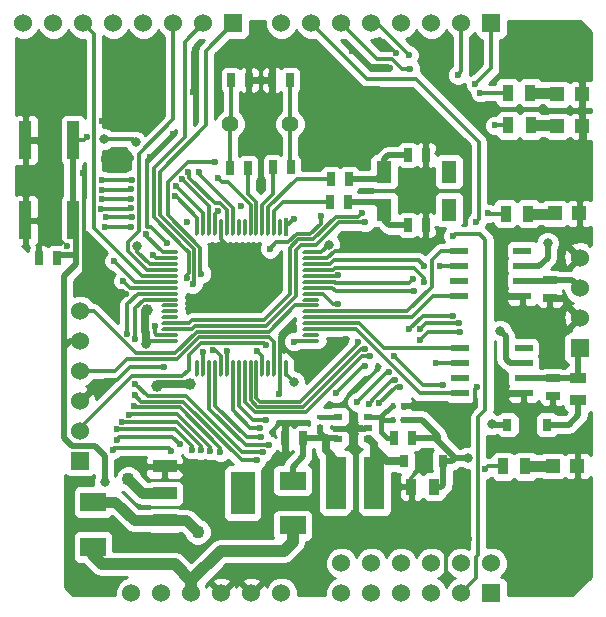
<source format=gtl>
G04 (created by PCBNEW (2013-07-07 BZR 4022)-stable) date 23/05/2015 19:38:58*
%MOIN*%
G04 Gerber Fmt 3.4, Leading zero omitted, Abs format*
%FSLAX34Y34*%
G01*
G70*
G90*
G04 APERTURE LIST*
%ADD10C,0.00590551*%
%ADD11R,0.03X0.02*%
%ADD12R,0.08X0.144*%
%ADD13R,0.08X0.04*%
%ADD14R,0.0610236X0.023622*%
%ADD15R,0.0314961X0.0393701*%
%ADD16R,0.035X0.055*%
%ADD17R,0.055X0.035*%
%ADD18R,0.025X0.045*%
%ADD19R,0.045X0.025*%
%ADD20R,0.0157X0.0236*%
%ADD21R,0.0236X0.0157*%
%ADD22R,0.0511811X0.0748031*%
%ADD23R,0.06X0.06*%
%ADD24C,0.06*%
%ADD25R,0.011811X0.06*%
%ADD26O,0.011811X0.06*%
%ADD27O,0.06X0.011811*%
%ADD28R,0.0472X0.0472*%
%ADD29C,0.056*%
%ADD30R,0.0393701X0.125984*%
%ADD31R,0.0866X0.063*%
%ADD32R,0.0688976X0.177165*%
%ADD33C,0.023622*%
%ADD34C,0.0314961*%
%ADD35C,0.0393701*%
%ADD36C,0.0433071*%
%ADD37C,0.011811*%
%ADD38C,0.019685*%
%ADD39C,0.0393701*%
%ADD40C,0.0275591*%
%ADD41C,0.0354331*%
%ADD42C,0.00787402*%
%ADD43C,0.015748*%
%ADD44C,0.00866142*%
G04 APERTURE END LIST*
G54D10*
G54D11*
X90727Y-53637D03*
X90727Y-52887D03*
X89727Y-53637D03*
X90727Y-53262D03*
X89727Y-52887D03*
G54D12*
X86550Y-55450D03*
G54D13*
X83950Y-55450D03*
X83950Y-56350D03*
X83950Y-54550D03*
G54D14*
X93747Y-48365D03*
X93747Y-47865D03*
X93747Y-47365D03*
X93747Y-48865D03*
X95872Y-47365D03*
X95872Y-47865D03*
X95872Y-48365D03*
X95872Y-48865D03*
X93797Y-51610D03*
X93797Y-51110D03*
X93797Y-50610D03*
X93797Y-52110D03*
X95922Y-50610D03*
X95922Y-51110D03*
X95922Y-51610D03*
X95922Y-52110D03*
G54D15*
X95380Y-53160D03*
X96699Y-53160D03*
X91920Y-54375D03*
X93239Y-54375D03*
G54D16*
X92180Y-55225D03*
X92930Y-55225D03*
X95325Y-46125D03*
X96075Y-46125D03*
X95410Y-43180D03*
X96160Y-43180D03*
G54D17*
X97740Y-52345D03*
X97740Y-51595D03*
G54D16*
X95385Y-42090D03*
X96135Y-42090D03*
X95230Y-54540D03*
X95980Y-54540D03*
G54D18*
X80350Y-47590D03*
X79750Y-47590D03*
G54D19*
X96790Y-48335D03*
X96790Y-48935D03*
X96885Y-51600D03*
X96885Y-52200D03*
G54D18*
X86750Y-41665D03*
X86150Y-41665D03*
X88150Y-44585D03*
X87550Y-44585D03*
X86140Y-44615D03*
X86740Y-44615D03*
X92650Y-46515D03*
X92050Y-46515D03*
X92650Y-44170D03*
X92050Y-44170D03*
X90075Y-45750D03*
X89475Y-45750D03*
X90090Y-44970D03*
X89490Y-44970D03*
X87525Y-41670D03*
X88125Y-41670D03*
X88570Y-53620D03*
X87970Y-53620D03*
X91600Y-53615D03*
X92200Y-53615D03*
G54D20*
X91553Y-52990D03*
X91907Y-52990D03*
G54D21*
X89120Y-53247D03*
X89120Y-52893D03*
G54D20*
X91558Y-52525D03*
X91912Y-52525D03*
G54D22*
X91257Y-44735D03*
X91257Y-45994D03*
X93422Y-44735D03*
X93422Y-45994D03*
G54D23*
X81130Y-54370D03*
G54D24*
X81130Y-53370D03*
X81130Y-52370D03*
X81130Y-51370D03*
X81130Y-50370D03*
X81130Y-49370D03*
G54D25*
X87996Y-46579D03*
G54D26*
X87799Y-46579D03*
X87602Y-46579D03*
X87405Y-46579D03*
X87208Y-46579D03*
X87012Y-46579D03*
X86815Y-46579D03*
X86618Y-46579D03*
X86421Y-46579D03*
X86224Y-46579D03*
X86027Y-46579D03*
X85831Y-46579D03*
X85634Y-46579D03*
X85437Y-46579D03*
X85240Y-46579D03*
X85043Y-46579D03*
G54D27*
X84145Y-47414D03*
X84145Y-47611D03*
X84145Y-47808D03*
X84145Y-48005D03*
X84145Y-48202D03*
X84145Y-48398D03*
X84145Y-48595D03*
X84145Y-48792D03*
X84145Y-48989D03*
X84145Y-49186D03*
X84145Y-49383D03*
X84145Y-49579D03*
X84145Y-49776D03*
X84145Y-49973D03*
X84145Y-50170D03*
X84145Y-50367D03*
G54D26*
X85043Y-51265D03*
X85240Y-51265D03*
X85437Y-51265D03*
X85634Y-51265D03*
X85831Y-51265D03*
X86027Y-51265D03*
X86224Y-51265D03*
X86421Y-51265D03*
X86618Y-51265D03*
X86815Y-51265D03*
X87012Y-51265D03*
X87208Y-51265D03*
X87405Y-51265D03*
X87602Y-51265D03*
X87799Y-51265D03*
X87996Y-51265D03*
G54D27*
X88831Y-50367D03*
X88831Y-50170D03*
X88831Y-49776D03*
X88838Y-49973D03*
X88831Y-49579D03*
X88831Y-49383D03*
X88831Y-49186D03*
X88831Y-48989D03*
X88831Y-48792D03*
X88831Y-48595D03*
X88831Y-48401D03*
X88831Y-48204D03*
X88831Y-48007D03*
X88831Y-47810D03*
X88831Y-47614D03*
X88831Y-47417D03*
G54D28*
X96947Y-46120D03*
X97773Y-46120D03*
X97037Y-43210D03*
X97863Y-43210D03*
X97037Y-42150D03*
X97863Y-42150D03*
X96887Y-54535D03*
X97713Y-54535D03*
G54D29*
X86135Y-43140D03*
X88135Y-43140D03*
G54D30*
X80887Y-43676D03*
X80887Y-46353D03*
X79312Y-46353D03*
X79312Y-43676D03*
G54D31*
X88220Y-56518D03*
X88220Y-55022D03*
X81570Y-57238D03*
X81570Y-55742D03*
G54D23*
X94844Y-39780D03*
G54D24*
X92844Y-39780D03*
X91844Y-39780D03*
X90844Y-39780D03*
X89844Y-39780D03*
X88844Y-39780D03*
X87844Y-39780D03*
G54D23*
X86244Y-39780D03*
G54D24*
X85244Y-39780D03*
X84244Y-39780D03*
X83244Y-39780D03*
X82244Y-39780D03*
X81245Y-39780D03*
X93844Y-39780D03*
G54D23*
X94844Y-58780D03*
G54D24*
X93844Y-58780D03*
X92844Y-58780D03*
X91844Y-58780D03*
X90844Y-58780D03*
X89844Y-58780D03*
X87844Y-58780D03*
X85844Y-58780D03*
X84844Y-58780D03*
X83844Y-58780D03*
X82844Y-58780D03*
X86844Y-58780D03*
X89844Y-57780D03*
X90844Y-57780D03*
X91844Y-57780D03*
X92844Y-57780D03*
X93844Y-57780D03*
X94844Y-57780D03*
X80245Y-39780D03*
X79245Y-39780D03*
G54D32*
X89660Y-55095D03*
X90939Y-55095D03*
G54D23*
X97785Y-50595D03*
G54D24*
X97785Y-49595D03*
X97785Y-48595D03*
X97785Y-47595D03*
G54D33*
X92590Y-48400D03*
X92990Y-51110D03*
X93130Y-47870D03*
X92600Y-47855D03*
X81875Y-45020D03*
X82850Y-44995D03*
X85100Y-44730D03*
X84170Y-54025D03*
X82230Y-53990D03*
X82700Y-50125D03*
X82960Y-52180D03*
X87015Y-54340D03*
X87215Y-54085D03*
X82980Y-51790D03*
X82980Y-50315D03*
X84520Y-44960D03*
X82820Y-45635D03*
X81855Y-45650D03*
X82380Y-53320D03*
X84850Y-53990D03*
X82850Y-46250D03*
X85475Y-54025D03*
X82750Y-52830D03*
X82005Y-46240D03*
X84300Y-45540D03*
X84455Y-53815D03*
X82355Y-53660D03*
X81855Y-45330D03*
X82825Y-45320D03*
X84740Y-44740D03*
X85155Y-54020D03*
X82525Y-53055D03*
X81845Y-45970D03*
X82825Y-45940D03*
X84320Y-45200D03*
X81970Y-46555D03*
X82940Y-52550D03*
X85810Y-54070D03*
X82835Y-46555D03*
X83345Y-46795D03*
X84900Y-48480D03*
X85550Y-50680D03*
X85630Y-44400D03*
X85175Y-48125D03*
X86020Y-50690D03*
X92105Y-40845D03*
X93755Y-49775D03*
X92455Y-49985D03*
X91640Y-51655D03*
X90750Y-52485D03*
X87135Y-53260D03*
X87345Y-52995D03*
X93785Y-50085D03*
X92480Y-50345D03*
X91800Y-51905D03*
X91110Y-52445D03*
X90785Y-50875D03*
X94720Y-46120D03*
X90615Y-50630D03*
X94970Y-43185D03*
X94480Y-42090D03*
X90390Y-50395D03*
X94645Y-54640D03*
X89715Y-49130D03*
X84685Y-48265D03*
X85220Y-50725D03*
X87415Y-53840D03*
X94345Y-46400D03*
X90625Y-51195D03*
X89655Y-52115D03*
X90375Y-52405D03*
X91420Y-51420D03*
X92100Y-49980D03*
X93555Y-49525D03*
X92135Y-41290D03*
X87160Y-53575D03*
X89150Y-46200D03*
X87455Y-47305D03*
X87020Y-50690D03*
X85730Y-44945D03*
G54D34*
X81920Y-43650D03*
X82990Y-43750D03*
G54D33*
X81355Y-43575D03*
G54D34*
X81950Y-55080D03*
G54D33*
X94310Y-41810D03*
X90620Y-46420D03*
X92275Y-48715D03*
X91585Y-50875D03*
X93245Y-51845D03*
X93570Y-46865D03*
X92240Y-48295D03*
X82260Y-47700D03*
X82570Y-48380D03*
X93720Y-41505D03*
X90515Y-46120D03*
G54D34*
X94850Y-53150D03*
X95145Y-50035D03*
X96715Y-47105D03*
X94065Y-54255D03*
G54D35*
X83375Y-49330D03*
G54D34*
X83045Y-47205D03*
G54D35*
X84790Y-51800D03*
X83705Y-51870D03*
G54D34*
X83335Y-50470D03*
X88265Y-51740D03*
X89430Y-47155D03*
G54D36*
X82740Y-54980D03*
G54D33*
X85715Y-46050D03*
X87335Y-50500D03*
X88270Y-50390D03*
X80705Y-47220D03*
X81215Y-44780D03*
X82680Y-48820D03*
X84770Y-54930D03*
X93465Y-53025D03*
X94355Y-51920D03*
X92390Y-54135D03*
X90240Y-53945D03*
X90260Y-52830D03*
X87895Y-54155D03*
X89670Y-53290D03*
X88450Y-50930D03*
X90010Y-50320D03*
X87375Y-48500D03*
X83570Y-47505D03*
X83625Y-49855D03*
X88045Y-49995D03*
X87765Y-52145D03*
X91120Y-47165D03*
X87420Y-58090D03*
X88610Y-58250D03*
X89080Y-57210D03*
X93080Y-52640D03*
X96325Y-53830D03*
X97755Y-53850D03*
X90250Y-53345D03*
X90280Y-56100D03*
X90600Y-57070D03*
X91085Y-56330D03*
X91105Y-57170D03*
X91595Y-57160D03*
X91600Y-56250D03*
X92100Y-56205D03*
X92100Y-57105D03*
X92605Y-57140D03*
X92585Y-56300D03*
X93350Y-56490D03*
X93345Y-58300D03*
X94090Y-56965D03*
X93690Y-55670D03*
X94030Y-55240D03*
X95105Y-55555D03*
X96780Y-58710D03*
X96120Y-57925D03*
X97745Y-57970D03*
X97660Y-56460D03*
X96040Y-56420D03*
X96140Y-55270D03*
X97730Y-55290D03*
X95195Y-53835D03*
X96070Y-52750D03*
X96840Y-50790D03*
X96600Y-49530D03*
X95210Y-49400D03*
X91460Y-42300D03*
X91450Y-41260D03*
X90210Y-40700D03*
X91030Y-40370D03*
X93270Y-40430D03*
X92400Y-40410D03*
X91660Y-40760D03*
X94280Y-40380D03*
X96790Y-41100D03*
X95760Y-40840D03*
X96030Y-39980D03*
X97560Y-40060D03*
X97830Y-40950D03*
X97235Y-45460D03*
X97960Y-44585D03*
X97055Y-44045D03*
X92395Y-45390D03*
X94975Y-45390D03*
X95830Y-44535D03*
X95195Y-43975D03*
X94250Y-42685D03*
X92640Y-43360D03*
X83610Y-41180D03*
X88790Y-44450D03*
X89640Y-43820D03*
X90600Y-43540D03*
X90470Y-42240D03*
X89450Y-42300D03*
X89210Y-41110D03*
X87120Y-43270D03*
X87705Y-40770D03*
X86400Y-40810D03*
X84910Y-42080D03*
X84980Y-40680D03*
X80110Y-46690D03*
X80130Y-45750D03*
X79360Y-44780D03*
X84225Y-43465D03*
X83110Y-43080D03*
X80180Y-44280D03*
X80150Y-42750D03*
X80140Y-41840D03*
X79220Y-41770D03*
X79420Y-40820D03*
X80360Y-40770D03*
X81010Y-41390D03*
X81215Y-42495D03*
X81880Y-43050D03*
X84035Y-47095D03*
X86485Y-45885D03*
X84685Y-46395D03*
X81915Y-44295D03*
X82815Y-44270D03*
X83460Y-44235D03*
X86655Y-47530D03*
X85610Y-48810D03*
X86525Y-49245D03*
X83940Y-51245D03*
X80940Y-55095D03*
X82840Y-56970D03*
X86740Y-56690D03*
X85900Y-56650D03*
X84430Y-57240D03*
X81370Y-56500D03*
X81540Y-58560D03*
X80770Y-57680D03*
X80850Y-56490D03*
X88270Y-46290D03*
X89730Y-48185D03*
G54D36*
X85055Y-56730D03*
G54D37*
X91370Y-47940D02*
X92260Y-47940D01*
X88831Y-48007D02*
X89568Y-48007D01*
X89635Y-47940D02*
X91370Y-47940D01*
X89568Y-48007D02*
X89635Y-47940D01*
X92590Y-48270D02*
X92590Y-48400D01*
X92260Y-47940D02*
X92590Y-48270D01*
X92990Y-51110D02*
X93797Y-51110D01*
X91690Y-47680D02*
X92425Y-47680D01*
X89465Y-47810D02*
X89595Y-47680D01*
X89595Y-47680D02*
X91690Y-47680D01*
X93130Y-47870D02*
X93135Y-47865D01*
X93747Y-47865D02*
X93135Y-47865D01*
X89465Y-47810D02*
X88831Y-47810D01*
X92425Y-47680D02*
X92600Y-47855D01*
G54D38*
X97740Y-51595D02*
X97740Y-50640D01*
X97740Y-50640D02*
X97785Y-50595D01*
X96885Y-51600D02*
X97735Y-51600D01*
X97735Y-51600D02*
X97740Y-51595D01*
X95922Y-51610D02*
X96875Y-51610D01*
X96875Y-51610D02*
X96885Y-51600D01*
X96790Y-48335D02*
X97525Y-48335D01*
X97525Y-48335D02*
X97785Y-48595D01*
X95872Y-48365D02*
X96760Y-48365D01*
X96760Y-48365D02*
X96790Y-48335D01*
G54D37*
X88831Y-49776D02*
X90441Y-49776D01*
X91275Y-50610D02*
X93797Y-50610D01*
X90441Y-49776D02*
X91275Y-50610D01*
X88831Y-49383D02*
X92032Y-49383D01*
X93165Y-47365D02*
X93747Y-47365D01*
X92855Y-47675D02*
X93165Y-47365D01*
X92855Y-48560D02*
X92855Y-47675D01*
X92032Y-49383D02*
X92855Y-48560D01*
X88838Y-49973D02*
X90323Y-49973D01*
X92460Y-52110D02*
X93797Y-52110D01*
X90323Y-49973D02*
X92460Y-52110D01*
X88831Y-49579D02*
X92191Y-49579D01*
X92905Y-48865D02*
X93747Y-48865D01*
X92191Y-49579D02*
X92905Y-48865D01*
X89475Y-45750D02*
X87885Y-45750D01*
X87602Y-46033D02*
X87602Y-46579D01*
X87885Y-45750D02*
X87602Y-46033D01*
X89490Y-44970D02*
X88355Y-44970D01*
X87405Y-45920D02*
X87405Y-46579D01*
X88355Y-44970D02*
X87405Y-45920D01*
X87550Y-44585D02*
X87550Y-45465D01*
X87189Y-46579D02*
X87208Y-46579D01*
X87189Y-45825D02*
X87189Y-46579D01*
X87550Y-45465D02*
X87189Y-45825D01*
X86740Y-44615D02*
X86740Y-45470D01*
X87012Y-45742D02*
X87012Y-46579D01*
X86740Y-45470D02*
X87012Y-45742D01*
G54D39*
X84844Y-58364D02*
X84844Y-58345D01*
X88220Y-57070D02*
X88220Y-56518D01*
X87920Y-57370D02*
X88220Y-57070D01*
X85820Y-57370D02*
X87920Y-57370D01*
X84844Y-58345D02*
X85820Y-57370D01*
X84844Y-58780D02*
X84844Y-58364D01*
X81570Y-57520D02*
X81570Y-57238D01*
X81860Y-57810D02*
X81570Y-57520D01*
X84290Y-57810D02*
X81860Y-57810D01*
X84844Y-58364D02*
X84290Y-57810D01*
G54D37*
X86224Y-45944D02*
X85100Y-44820D01*
X86224Y-46579D02*
X86224Y-45944D01*
X82825Y-45020D02*
X81875Y-45020D01*
X82850Y-44995D02*
X82825Y-45020D01*
X85100Y-44820D02*
X85100Y-44730D01*
X84085Y-53940D02*
X84170Y-54025D01*
X82280Y-53940D02*
X84085Y-53940D01*
X82230Y-53990D02*
X82280Y-53940D01*
X83658Y-48792D02*
X83058Y-48792D01*
X82700Y-49750D02*
X82700Y-50125D01*
X82960Y-52180D02*
X83180Y-52400D01*
X83180Y-52400D02*
X84575Y-52400D01*
X84575Y-52400D02*
X86515Y-54340D01*
X86515Y-54340D02*
X87015Y-54340D01*
X83658Y-48792D02*
X84145Y-48792D01*
X82700Y-49150D02*
X82700Y-49750D01*
X83058Y-48792D02*
X82700Y-49150D01*
X82980Y-49820D02*
X82980Y-49260D01*
X83251Y-48989D02*
X84145Y-48989D01*
X82980Y-49260D02*
X83251Y-48989D01*
X84145Y-48989D02*
X83781Y-48989D01*
X86545Y-54085D02*
X87215Y-54085D01*
X84660Y-52200D02*
X86545Y-54085D01*
X83390Y-52200D02*
X84660Y-52200D01*
X82980Y-51790D02*
X83390Y-52200D01*
X82980Y-49790D02*
X82980Y-49820D01*
X82980Y-49820D02*
X82980Y-50315D01*
X84850Y-53860D02*
X84850Y-53990D01*
X85437Y-45877D02*
X84520Y-44960D01*
X82820Y-45635D02*
X82805Y-45650D01*
X82805Y-45650D02*
X81855Y-45650D01*
X82380Y-53320D02*
X82385Y-53315D01*
X82385Y-53315D02*
X84305Y-53315D01*
X84305Y-53315D02*
X84850Y-53860D01*
X85437Y-46579D02*
X85437Y-45877D01*
X85475Y-53900D02*
X85475Y-54025D01*
X84375Y-52800D02*
X85475Y-53900D01*
X82780Y-52800D02*
X84375Y-52800D01*
X82750Y-52830D02*
X82780Y-52800D01*
X82840Y-46240D02*
X82005Y-46240D01*
X82850Y-46250D02*
X82840Y-46240D01*
X85043Y-46579D02*
X85043Y-46263D01*
X84320Y-45540D02*
X84300Y-45540D01*
X85043Y-46263D02*
X84320Y-45540D01*
X86027Y-46579D02*
X86027Y-46012D01*
X84210Y-53570D02*
X84455Y-53815D01*
X82445Y-53570D02*
X84210Y-53570D01*
X82355Y-53660D02*
X82445Y-53570D01*
X82815Y-45330D02*
X81855Y-45330D01*
X82825Y-45320D02*
X82815Y-45330D01*
X84765Y-44765D02*
X84740Y-44740D01*
X84765Y-44925D02*
X84765Y-44765D01*
X85615Y-45775D02*
X84765Y-44925D01*
X85790Y-45775D02*
X85615Y-45775D01*
X86027Y-46012D02*
X85790Y-45775D01*
X85240Y-46579D02*
X85240Y-46120D01*
X85160Y-54015D02*
X85155Y-54020D01*
X85160Y-53865D02*
X85160Y-54015D01*
X84380Y-53085D02*
X85160Y-53865D01*
X82555Y-53085D02*
X84380Y-53085D01*
X82525Y-53055D02*
X82555Y-53085D01*
X82795Y-45970D02*
X81845Y-45970D01*
X82825Y-45940D02*
X82795Y-45970D01*
X85240Y-46120D02*
X84320Y-45200D01*
X84145Y-47414D02*
X83904Y-47414D01*
X82395Y-46555D02*
X81970Y-46555D01*
X82940Y-52550D02*
X82975Y-52585D01*
X82975Y-52585D02*
X84460Y-52585D01*
X84460Y-52585D02*
X85810Y-53935D01*
X85810Y-53935D02*
X85810Y-54070D01*
X82835Y-46555D02*
X82395Y-46555D01*
X83345Y-46855D02*
X83345Y-46795D01*
X83904Y-47414D02*
X83345Y-46855D01*
X85831Y-51265D02*
X85831Y-50871D01*
X85335Y-40689D02*
X86244Y-39780D01*
X85335Y-43180D02*
X85335Y-40689D01*
X83785Y-44729D02*
X85335Y-43180D01*
X83785Y-46175D02*
X83785Y-44729D01*
X84930Y-47320D02*
X83785Y-46175D01*
X84930Y-48450D02*
X84930Y-47320D01*
X84900Y-48480D02*
X84930Y-48450D01*
X85640Y-50680D02*
X85550Y-50680D01*
X85831Y-50871D02*
X85640Y-50680D01*
X86027Y-51265D02*
X86027Y-50697D01*
X84730Y-44400D02*
X85630Y-44400D01*
X84050Y-45080D02*
X84730Y-44400D01*
X84050Y-46175D02*
X84050Y-45080D01*
X85135Y-47260D02*
X84050Y-46175D01*
X85135Y-48085D02*
X85135Y-47260D01*
X85175Y-48125D02*
X85135Y-48085D01*
X86027Y-50697D02*
X86020Y-50690D01*
X91040Y-39780D02*
X90844Y-39780D01*
X92105Y-40845D02*
X91040Y-39780D01*
X92665Y-49775D02*
X93755Y-49775D01*
X92455Y-49985D02*
X92665Y-49775D01*
X91545Y-51655D02*
X91640Y-51655D01*
X90850Y-52350D02*
X91545Y-51655D01*
X90850Y-52385D02*
X90850Y-52350D01*
X90750Y-52485D02*
X90850Y-52385D01*
X86224Y-51265D02*
X86224Y-52674D01*
X86810Y-53260D02*
X87135Y-53260D01*
X86224Y-52674D02*
X86810Y-53260D01*
X86421Y-52521D02*
X86895Y-52995D01*
X86895Y-52995D02*
X87345Y-52995D01*
X86421Y-51265D02*
X86421Y-52521D01*
X92740Y-50085D02*
X93785Y-50085D01*
X92480Y-50345D02*
X92740Y-50085D01*
X91650Y-51905D02*
X91800Y-51905D01*
X91110Y-52445D02*
X91650Y-51905D01*
X88530Y-52750D02*
X88650Y-52750D01*
X86618Y-52413D02*
X86955Y-52750D01*
X86955Y-52750D02*
X88530Y-52750D01*
X86618Y-51265D02*
X86618Y-52413D01*
X90525Y-50875D02*
X90785Y-50875D01*
X88650Y-52750D02*
X90525Y-50875D01*
X94725Y-46125D02*
X95325Y-46125D01*
X94720Y-46120D02*
X94725Y-46125D01*
X88405Y-52570D02*
X88570Y-52570D01*
X86815Y-51265D02*
X86815Y-52340D01*
X87045Y-52570D02*
X88405Y-52570D01*
X86815Y-52340D02*
X87045Y-52570D01*
X90510Y-50630D02*
X90615Y-50630D01*
X88570Y-52570D02*
X90510Y-50630D01*
X95410Y-43180D02*
X94975Y-43180D01*
X94975Y-43180D02*
X94970Y-43185D01*
X88220Y-52390D02*
X88475Y-52390D01*
X95385Y-42090D02*
X94480Y-42090D01*
X87012Y-52272D02*
X87012Y-51265D01*
X87130Y-52390D02*
X88220Y-52390D01*
X87012Y-52272D02*
X87130Y-52390D01*
X90390Y-50475D02*
X90390Y-50395D01*
X88475Y-52390D02*
X90390Y-50475D01*
X94645Y-54640D02*
X94745Y-54540D01*
X95230Y-54540D02*
X94745Y-54540D01*
X88831Y-48792D02*
X89227Y-48792D01*
X89565Y-49130D02*
X89715Y-49130D01*
X89227Y-48792D02*
X89565Y-49130D01*
X84685Y-48265D02*
X84685Y-48172D01*
X84630Y-47295D02*
X83585Y-46250D01*
X83585Y-46250D02*
X83585Y-44610D01*
X83585Y-44610D02*
X84620Y-43575D01*
X84620Y-43575D02*
X84620Y-40404D01*
X85244Y-39780D02*
X84620Y-40404D01*
X85240Y-50745D02*
X85240Y-51265D01*
X85240Y-50745D02*
X85220Y-50725D01*
X84752Y-47417D02*
X84630Y-47295D01*
X84752Y-48105D02*
X84752Y-47417D01*
X84685Y-48172D02*
X84752Y-48105D01*
X85437Y-52622D02*
X86655Y-53840D01*
X86655Y-53840D02*
X87415Y-53840D01*
X85437Y-51265D02*
X85437Y-52622D01*
X90694Y-41630D02*
X88844Y-39780D01*
X92330Y-41630D02*
X90694Y-41630D01*
X94425Y-43725D02*
X92330Y-41630D01*
X94425Y-46320D02*
X94425Y-43725D01*
X94345Y-46400D02*
X94425Y-46320D01*
X90575Y-51195D02*
X90625Y-51195D01*
X89655Y-52115D02*
X90575Y-51195D01*
X92135Y-41290D02*
X91850Y-41290D01*
X90375Y-52405D02*
X91360Y-51420D01*
X91360Y-51420D02*
X91420Y-51420D01*
X92100Y-49980D02*
X92555Y-49525D01*
X92555Y-49525D02*
X93555Y-49525D01*
X89844Y-39780D02*
X90924Y-40860D01*
X85634Y-52524D02*
X85634Y-51265D01*
X86685Y-53575D02*
X87160Y-53575D01*
X85634Y-52524D02*
X86685Y-53575D01*
X91039Y-40975D02*
X90924Y-40860D01*
X91535Y-40975D02*
X91039Y-40975D01*
X91850Y-41290D02*
X91535Y-40975D01*
X87208Y-51265D02*
X87208Y-50878D01*
X89150Y-46455D02*
X89150Y-46200D01*
X88807Y-46797D02*
X89150Y-46455D01*
X88347Y-46797D02*
X88807Y-46797D01*
X88064Y-47080D02*
X88347Y-46797D01*
X87680Y-47080D02*
X88064Y-47080D01*
X87455Y-47305D02*
X87680Y-47080D01*
X87208Y-50878D02*
X87020Y-50690D01*
X86060Y-45070D02*
X85855Y-45070D01*
X86815Y-45825D02*
X86060Y-45070D01*
X86815Y-46579D02*
X86815Y-45825D01*
X85855Y-45070D02*
X85730Y-44945D01*
X82890Y-43650D02*
X81920Y-43650D01*
X82990Y-43750D02*
X82890Y-43650D01*
X81253Y-43676D02*
X80887Y-43676D01*
X81355Y-43575D02*
X81253Y-43676D01*
G54D38*
X80995Y-47500D02*
X80995Y-46461D01*
X80995Y-46461D02*
X80887Y-46353D01*
X80600Y-48370D02*
X80600Y-48215D01*
X80600Y-50555D02*
X80600Y-48370D01*
X80995Y-47820D02*
X80995Y-47500D01*
X80600Y-48215D02*
X80995Y-47820D01*
X80995Y-47500D02*
X80410Y-47500D01*
X81950Y-55080D02*
X81950Y-54200D01*
X80785Y-50370D02*
X81130Y-50370D01*
X80600Y-50555D02*
X80785Y-50370D01*
X80600Y-53595D02*
X80600Y-50555D01*
X80880Y-53875D02*
X80600Y-53595D01*
X81625Y-53875D02*
X80880Y-53875D01*
X81950Y-54200D02*
X81625Y-53875D01*
X80887Y-43676D02*
X80887Y-45000D01*
X80887Y-45000D02*
X80887Y-46353D01*
G54D37*
X84145Y-49973D02*
X84847Y-49973D01*
X94844Y-41275D02*
X94844Y-39780D01*
X94310Y-41810D02*
X94844Y-41275D01*
X89750Y-46420D02*
X90620Y-46420D01*
X88995Y-47175D02*
X89750Y-46420D01*
X88485Y-47175D02*
X88995Y-47175D01*
X88320Y-47340D02*
X88485Y-47175D01*
X88320Y-48870D02*
X88320Y-47340D01*
X87320Y-49870D02*
X88320Y-48870D01*
X84950Y-49870D02*
X87320Y-49870D01*
X84847Y-49973D02*
X84950Y-49870D01*
X89530Y-48595D02*
X89650Y-48715D01*
X89650Y-48715D02*
X92275Y-48715D01*
X91585Y-50875D02*
X92555Y-51845D01*
X92555Y-51845D02*
X93245Y-51845D01*
X88831Y-48595D02*
X89530Y-48595D01*
X88831Y-48401D02*
X89616Y-48401D01*
X94345Y-58279D02*
X93844Y-58780D01*
X94345Y-57555D02*
X94345Y-58279D01*
X94400Y-57500D02*
X94345Y-57555D01*
X94400Y-52920D02*
X94400Y-57500D01*
X94645Y-52675D02*
X94400Y-52920D01*
X94645Y-46995D02*
X94645Y-52675D01*
X94470Y-46820D02*
X94645Y-46995D01*
X93615Y-46820D02*
X94470Y-46820D01*
X93570Y-46865D02*
X93615Y-46820D01*
X92105Y-48430D02*
X92240Y-48295D01*
X89645Y-48430D02*
X92105Y-48430D01*
X89616Y-48401D02*
X89645Y-48430D01*
X84145Y-48398D02*
X82958Y-48398D01*
X82958Y-48398D02*
X82260Y-47700D01*
X82785Y-48595D02*
X84145Y-48595D01*
X82570Y-48380D02*
X82785Y-48595D01*
X83090Y-47735D02*
X82735Y-47380D01*
X84244Y-39780D02*
X84244Y-42580D01*
X83090Y-44140D02*
X84245Y-42985D01*
X84245Y-42985D02*
X84245Y-42580D01*
X84245Y-42580D02*
X84244Y-42580D01*
X83360Y-48005D02*
X84145Y-48005D01*
X83360Y-48005D02*
X83090Y-47735D01*
X83090Y-44840D02*
X83090Y-44140D01*
X83090Y-46715D02*
X83090Y-44840D01*
X82735Y-47070D02*
X83090Y-46715D01*
X82735Y-47380D02*
X82735Y-47070D01*
X84145Y-48202D02*
X83212Y-48202D01*
X81600Y-40134D02*
X81245Y-39780D01*
X81600Y-46590D02*
X81600Y-40134D01*
X83212Y-48202D02*
X81600Y-46590D01*
X84145Y-49776D02*
X84764Y-49776D01*
X93844Y-41380D02*
X93844Y-39780D01*
X93720Y-41505D02*
X93844Y-41380D01*
X90395Y-46240D02*
X90515Y-46120D01*
X89655Y-46240D02*
X90395Y-46240D01*
X88912Y-46982D02*
X89655Y-46240D01*
X88412Y-46982D02*
X88912Y-46982D01*
X88130Y-47265D02*
X88412Y-46982D01*
X88130Y-48787D02*
X88130Y-47265D01*
X87247Y-49670D02*
X88130Y-48787D01*
X84870Y-49670D02*
X87247Y-49670D01*
X84764Y-49776D02*
X84870Y-49670D01*
G54D38*
X94860Y-53160D02*
X95380Y-53160D01*
X94850Y-53150D02*
X94860Y-53160D01*
X95470Y-51110D02*
X95922Y-51110D01*
X95320Y-50960D02*
X95470Y-51110D01*
X95320Y-50210D02*
X95320Y-50960D01*
X95145Y-50035D02*
X95320Y-50210D01*
X95872Y-47865D02*
X96445Y-47865D01*
X96715Y-47595D02*
X96715Y-47105D01*
X96445Y-47865D02*
X96715Y-47595D01*
X93645Y-54270D02*
X94050Y-54270D01*
X94050Y-54270D02*
X94065Y-54255D01*
X93239Y-54375D02*
X93239Y-55160D01*
X93175Y-55225D02*
X92930Y-55225D01*
X93239Y-55160D02*
X93175Y-55225D01*
X93239Y-54375D02*
X93540Y-54375D01*
X93075Y-53700D02*
X93645Y-54270D01*
X93075Y-53700D02*
X93065Y-53700D01*
X93540Y-54375D02*
X93645Y-54270D01*
X91907Y-52990D02*
X92530Y-52990D01*
X92980Y-53615D02*
X92200Y-53615D01*
X93065Y-53700D02*
X92980Y-53615D01*
X93065Y-53525D02*
X93065Y-53700D01*
X92530Y-52990D02*
X93065Y-53525D01*
G54D40*
X83335Y-50470D02*
X83335Y-50090D01*
X83285Y-49420D02*
X83375Y-49330D01*
X83285Y-50040D02*
X83285Y-49420D01*
X83335Y-50090D02*
X83285Y-50040D01*
G54D37*
X83523Y-47808D02*
X83453Y-47808D01*
X84145Y-47808D02*
X83658Y-47808D01*
X83658Y-47808D02*
X83523Y-47808D01*
X83045Y-47400D02*
X83045Y-47205D01*
X83453Y-47808D02*
X83045Y-47400D01*
G54D40*
X84770Y-51820D02*
X84790Y-51800D01*
X83755Y-51820D02*
X84770Y-51820D01*
X83705Y-51870D02*
X83755Y-51820D01*
G54D37*
X84145Y-50367D02*
X83438Y-50367D01*
X83438Y-50367D02*
X83335Y-50470D01*
X87996Y-51265D02*
X87996Y-51471D01*
X87996Y-51471D02*
X88265Y-51740D01*
X88831Y-47417D02*
X89168Y-47417D01*
X89168Y-47417D02*
X89430Y-47155D01*
G54D41*
X83950Y-55450D02*
X83210Y-55450D01*
X83210Y-55450D02*
X82740Y-54980D01*
G54D37*
X85634Y-46131D02*
X85634Y-46579D01*
X85715Y-46050D02*
X85634Y-46131D01*
X81130Y-53370D02*
X81130Y-53270D01*
X84750Y-51330D02*
X84750Y-50850D01*
X84530Y-51550D02*
X84750Y-51330D01*
X82850Y-51550D02*
X84530Y-51550D01*
X81130Y-53270D02*
X82850Y-51550D01*
X81130Y-53370D02*
X81130Y-53255D01*
X88293Y-50367D02*
X88831Y-50367D01*
X84750Y-50850D02*
X85175Y-50425D01*
X85175Y-50425D02*
X87260Y-50425D01*
X87260Y-50425D02*
X87335Y-50500D01*
X88270Y-50390D02*
X88293Y-50367D01*
X81130Y-51370D02*
X82305Y-51370D01*
X87602Y-50827D02*
X87602Y-51265D01*
X87602Y-50397D02*
X87602Y-50827D01*
X87445Y-50240D02*
X87602Y-50397D01*
X85100Y-50240D02*
X87445Y-50240D01*
X84375Y-50965D02*
X85100Y-50240D01*
X82710Y-50965D02*
X84375Y-50965D01*
X82305Y-51370D02*
X82710Y-50965D01*
X81130Y-49370D02*
X81585Y-49370D01*
X85025Y-50055D02*
X87415Y-50055D01*
X84300Y-50780D02*
X85025Y-50055D01*
X82995Y-50780D02*
X84300Y-50780D01*
X81585Y-49370D02*
X82995Y-50780D01*
X88284Y-49186D02*
X88831Y-49186D01*
X87415Y-50055D02*
X88284Y-49186D01*
G54D42*
X80110Y-46690D02*
X80175Y-46690D01*
X80175Y-46690D02*
X80705Y-47220D01*
G54D37*
X81290Y-45365D02*
X81290Y-44855D01*
X81290Y-44855D02*
X81215Y-44780D01*
X81270Y-45385D02*
X81290Y-45365D01*
X81290Y-45365D02*
X81310Y-45345D01*
X81270Y-48030D02*
X81270Y-45385D01*
X81930Y-48690D02*
X81270Y-48030D01*
X82550Y-48690D02*
X81930Y-48690D01*
X82680Y-48820D02*
X82550Y-48690D01*
X84390Y-54550D02*
X83950Y-54550D01*
X84770Y-54930D02*
X84390Y-54550D01*
X93770Y-53025D02*
X93465Y-53025D01*
X94310Y-52485D02*
X93770Y-53025D01*
X94310Y-51965D02*
X94310Y-52485D01*
X94355Y-51920D02*
X94310Y-51965D01*
X92180Y-55225D02*
X92180Y-54935D01*
X92640Y-54385D02*
X92390Y-54135D01*
X92640Y-54475D02*
X92640Y-54385D01*
X92180Y-54935D02*
X92640Y-54475D01*
X90240Y-53945D02*
X90295Y-53945D01*
X90250Y-53345D02*
X90250Y-52840D01*
X90250Y-52840D02*
X90260Y-52830D01*
X87970Y-54080D02*
X87895Y-54155D01*
X87970Y-53620D02*
X87970Y-54080D01*
X89725Y-53345D02*
X90250Y-53345D01*
X89670Y-53290D02*
X89725Y-53345D01*
X90010Y-50320D02*
X90010Y-50335D01*
X89415Y-50930D02*
X88450Y-50930D01*
X90010Y-50335D02*
X89415Y-50930D01*
X87880Y-50535D02*
X87799Y-50535D01*
X88310Y-50965D02*
X87880Y-50535D01*
X89365Y-50965D02*
X88310Y-50965D01*
X90010Y-50320D02*
X89365Y-50965D01*
X86655Y-47530D02*
X86655Y-47780D01*
X86655Y-47780D02*
X87375Y-48500D01*
X85831Y-46579D02*
X85831Y-46956D01*
X86405Y-47530D02*
X86655Y-47530D01*
X85831Y-46956D02*
X86405Y-47530D01*
X84145Y-47611D02*
X83676Y-47611D01*
X83676Y-47611D02*
X83570Y-47505D01*
X84145Y-50170D02*
X83675Y-50170D01*
X83625Y-50120D02*
X83625Y-49855D01*
X83675Y-50170D02*
X83625Y-50120D01*
X87799Y-51265D02*
X87799Y-50535D01*
X87799Y-50535D02*
X87799Y-50241D01*
X87799Y-50241D02*
X88045Y-49995D01*
X87799Y-51265D02*
X87799Y-52111D01*
X87799Y-52111D02*
X87765Y-52145D01*
X88831Y-47614D02*
X89371Y-47614D01*
X92650Y-46870D02*
X92355Y-47165D01*
X92355Y-47165D02*
X91120Y-47165D01*
X92650Y-46870D02*
X92650Y-46515D01*
X90930Y-47355D02*
X91120Y-47165D01*
X89630Y-47355D02*
X90930Y-47355D01*
X89371Y-47614D02*
X89630Y-47355D01*
X90280Y-56100D02*
X90190Y-56100D01*
X87580Y-58250D02*
X87420Y-58090D01*
X87580Y-58250D02*
X88610Y-58250D01*
X90190Y-56100D02*
X89080Y-57210D01*
X91912Y-52525D02*
X92965Y-52525D01*
X92965Y-52525D02*
X93080Y-52640D01*
X90250Y-53345D02*
X90645Y-53345D01*
X90645Y-53345D02*
X90727Y-53262D01*
X90295Y-56085D02*
X90295Y-53945D01*
X90280Y-56100D02*
X90295Y-56085D01*
X90600Y-56600D02*
X90600Y-57070D01*
X90905Y-56295D02*
X90600Y-56600D01*
X91050Y-56295D02*
X90905Y-56295D01*
X91085Y-56330D02*
X91050Y-56295D01*
X91585Y-57170D02*
X91105Y-57170D01*
X91595Y-57160D02*
X91585Y-57170D01*
X92055Y-56250D02*
X91600Y-56250D01*
X92100Y-56205D02*
X92055Y-56250D01*
X92570Y-57105D02*
X92100Y-57105D01*
X92605Y-57140D02*
X92570Y-57105D01*
X93160Y-56300D02*
X92585Y-56300D01*
X93350Y-56490D02*
X93160Y-56300D01*
X93345Y-57315D02*
X93345Y-58300D01*
X93490Y-57170D02*
X93345Y-57315D01*
X93885Y-57170D02*
X93490Y-57170D01*
X94090Y-56965D02*
X93885Y-57170D01*
X93690Y-55580D02*
X93690Y-55670D01*
X94030Y-55240D02*
X93690Y-55580D01*
X95655Y-56105D02*
X95105Y-55555D01*
X95655Y-58395D02*
X95655Y-56105D01*
X95940Y-58680D02*
X95655Y-58395D01*
X96750Y-58680D02*
X95940Y-58680D01*
X96780Y-58710D02*
X96750Y-58680D01*
X97700Y-57925D02*
X96120Y-57925D01*
X97745Y-57970D02*
X97700Y-57925D01*
X96080Y-56460D02*
X97660Y-56460D01*
X96040Y-56420D02*
X96080Y-56460D01*
X97710Y-55270D02*
X96140Y-55270D01*
X97730Y-55290D02*
X97710Y-55270D01*
X96325Y-53830D02*
X95200Y-53830D01*
X95200Y-53830D02*
X95195Y-53835D01*
X96070Y-52750D02*
X96070Y-53575D01*
X96070Y-53575D02*
X96325Y-53830D01*
X95922Y-52602D02*
X95922Y-52110D01*
X96070Y-52750D02*
X95922Y-52602D01*
X96840Y-50790D02*
X96840Y-50810D01*
X95340Y-49530D02*
X96600Y-49530D01*
X95210Y-49400D02*
X95340Y-49530D01*
X91030Y-40370D02*
X91270Y-40370D01*
X91450Y-41260D02*
X91390Y-41200D01*
X91390Y-41200D02*
X90710Y-41200D01*
X90710Y-41200D02*
X90210Y-40700D01*
X93270Y-40430D02*
X93250Y-40410D01*
X93250Y-40410D02*
X92400Y-40410D01*
X91270Y-40370D02*
X91660Y-40760D01*
X94280Y-40380D02*
X94285Y-40385D01*
X97863Y-43210D02*
X97863Y-42150D01*
X97863Y-42150D02*
X97830Y-42117D01*
X96020Y-41100D02*
X96790Y-41100D01*
X95760Y-40840D02*
X96020Y-41100D01*
X97480Y-39980D02*
X96030Y-39980D01*
X97560Y-40060D02*
X97480Y-39980D01*
X97830Y-42117D02*
X97830Y-40950D01*
X97960Y-44585D02*
X97960Y-43307D01*
X97960Y-43307D02*
X97863Y-43210D01*
X95830Y-44535D02*
X96565Y-44535D01*
X97235Y-45310D02*
X97235Y-45460D01*
X97960Y-44585D02*
X97235Y-45310D01*
X96565Y-44535D02*
X97055Y-44045D01*
X92650Y-45645D02*
X92650Y-46515D01*
X92395Y-45390D02*
X92650Y-45645D01*
X95830Y-44535D02*
X94975Y-45390D01*
X94505Y-43285D02*
X95195Y-43975D01*
X94505Y-42940D02*
X94505Y-43285D01*
X94250Y-42685D02*
X94505Y-42940D01*
X92640Y-43360D02*
X92640Y-44160D01*
X92640Y-44160D02*
X92650Y-44170D01*
X91460Y-42300D02*
X91460Y-42340D01*
X92480Y-43360D02*
X92640Y-43360D01*
X91460Y-42340D02*
X92480Y-43360D01*
X83110Y-41680D02*
X83610Y-41180D01*
X83110Y-43080D02*
X83110Y-41680D01*
X91090Y-41930D02*
X91460Y-42300D01*
X90280Y-41930D02*
X91090Y-41930D01*
X89460Y-42750D02*
X90280Y-41930D01*
X89460Y-43780D02*
X89460Y-42750D01*
X88790Y-44450D02*
X89460Y-43780D01*
X90320Y-43820D02*
X89640Y-43820D01*
X90600Y-43540D02*
X90320Y-43820D01*
X89510Y-42240D02*
X90470Y-42240D01*
X89450Y-42300D02*
X89510Y-42240D01*
X89120Y-41020D02*
X89210Y-41110D01*
X87330Y-41020D02*
X89120Y-41020D01*
X87160Y-41190D02*
X87330Y-41020D01*
X87160Y-43230D02*
X87160Y-41190D01*
X87120Y-43270D02*
X87160Y-43230D01*
X86440Y-40770D02*
X87705Y-40770D01*
X86400Y-40810D02*
X86440Y-40770D01*
X84910Y-40750D02*
X84910Y-42080D01*
X84980Y-40680D02*
X84910Y-40750D01*
X80110Y-46690D02*
X80060Y-46690D01*
X80060Y-46690D02*
X79723Y-46353D01*
X79723Y-46353D02*
X79312Y-46353D01*
X80130Y-45550D02*
X80130Y-45750D01*
X79360Y-44780D02*
X80130Y-45550D01*
X83460Y-44230D02*
X84225Y-43465D01*
X83110Y-43080D02*
X83080Y-43050D01*
X80180Y-42780D02*
X80180Y-44280D01*
X80150Y-42750D02*
X80180Y-42780D01*
X79290Y-41840D02*
X80140Y-41840D01*
X79220Y-41770D02*
X79290Y-41840D01*
X80310Y-40820D02*
X79420Y-40820D01*
X80360Y-40770D02*
X80310Y-40820D01*
X81010Y-42290D02*
X81010Y-41390D01*
X81215Y-42495D02*
X81010Y-42290D01*
X83080Y-43050D02*
X81880Y-43050D01*
X83460Y-44235D02*
X83460Y-44230D01*
X83365Y-46555D02*
X83365Y-44330D01*
X84035Y-47095D02*
X83495Y-46555D01*
X83495Y-46555D02*
X83365Y-46555D01*
X82790Y-44295D02*
X81915Y-44295D01*
X82815Y-44270D02*
X82790Y-44295D01*
X83365Y-44330D02*
X83460Y-44235D01*
X86640Y-47515D02*
X86625Y-47515D01*
X86655Y-47530D02*
X86640Y-47515D01*
X86090Y-48810D02*
X85610Y-48810D01*
X86525Y-49245D02*
X86090Y-48810D01*
X81130Y-52370D02*
X81270Y-52370D01*
X82805Y-51245D02*
X83940Y-51245D01*
X82365Y-51685D02*
X82805Y-51245D01*
X81955Y-51685D02*
X82365Y-51685D01*
X81270Y-52370D02*
X81955Y-51685D01*
X86740Y-56690D02*
X86700Y-56650D01*
X86700Y-56650D02*
X85900Y-56650D01*
X84430Y-57240D02*
X84160Y-56970D01*
X82840Y-56970D02*
X82630Y-56970D01*
X84160Y-56970D02*
X82840Y-56970D01*
X82630Y-56970D02*
X82160Y-56500D01*
X82160Y-56500D02*
X81370Y-56500D01*
X81530Y-58550D02*
X81500Y-58550D01*
X81540Y-58560D02*
X81530Y-58550D01*
X80770Y-56570D02*
X80770Y-57680D01*
X80850Y-56490D02*
X80770Y-56570D01*
X87996Y-46579D02*
X87996Y-46549D01*
X88255Y-46290D02*
X88270Y-46290D01*
X87996Y-46549D02*
X88255Y-46290D01*
X89711Y-48204D02*
X88831Y-48204D01*
X89730Y-48185D02*
X89711Y-48204D01*
X88135Y-43140D02*
X88135Y-44570D01*
X88135Y-44570D02*
X88150Y-44585D01*
X88125Y-41670D02*
X88125Y-43130D01*
X88125Y-43130D02*
X88135Y-43140D01*
X86135Y-43140D02*
X86135Y-44610D01*
X86135Y-44610D02*
X86140Y-44615D01*
X86150Y-41665D02*
X86150Y-43125D01*
X86150Y-43125D02*
X86135Y-43140D01*
G54D38*
X90075Y-45750D02*
X91012Y-45750D01*
X91012Y-45750D02*
X91257Y-45994D01*
X91257Y-45994D02*
X91257Y-46327D01*
X91445Y-46515D02*
X92050Y-46515D01*
X91257Y-46327D02*
X91445Y-46515D01*
X90090Y-44970D02*
X91022Y-44970D01*
X91022Y-44970D02*
X91257Y-44735D01*
X92050Y-44170D02*
X91405Y-44170D01*
X91257Y-44317D02*
X91257Y-44735D01*
X91405Y-44170D02*
X91257Y-44317D01*
G54D41*
X96160Y-43180D02*
X97007Y-43180D01*
X97007Y-43180D02*
X97037Y-43210D01*
X96075Y-46125D02*
X96942Y-46125D01*
X96942Y-46125D02*
X96947Y-46120D01*
X95980Y-54540D02*
X96882Y-54540D01*
X96882Y-54540D02*
X96887Y-54535D01*
X96135Y-42090D02*
X96977Y-42090D01*
X96977Y-42090D02*
X97037Y-42150D01*
G54D38*
X96699Y-53160D02*
X97425Y-53160D01*
X97740Y-52845D02*
X97740Y-52345D01*
X97425Y-53160D02*
X97740Y-52845D01*
G54D40*
X89660Y-55095D02*
X89660Y-54365D01*
X89315Y-54020D02*
X89315Y-53620D01*
X89660Y-54365D02*
X89315Y-54020D01*
G54D38*
X89120Y-53247D02*
X89120Y-53425D01*
X89120Y-53425D02*
X89315Y-53620D01*
X88570Y-53620D02*
X89315Y-53620D01*
X89315Y-53620D02*
X89710Y-53620D01*
X89710Y-53620D02*
X89727Y-53637D01*
X88220Y-55022D02*
X88220Y-54555D01*
X88570Y-54205D02*
X88570Y-53620D01*
X88220Y-54555D02*
X88570Y-54205D01*
G54D43*
X89727Y-52887D02*
X89125Y-52887D01*
X89125Y-52887D02*
X89120Y-52893D01*
X91177Y-52887D02*
X91177Y-53412D01*
X91380Y-53615D02*
X91600Y-53615D01*
X91177Y-53412D02*
X91380Y-53615D01*
X91177Y-52887D02*
X91177Y-52882D01*
X91535Y-52525D02*
X91558Y-52525D01*
X91177Y-52882D02*
X91535Y-52525D01*
X90727Y-52887D02*
X91177Y-52887D01*
X91280Y-52990D02*
X91553Y-52990D01*
X91177Y-52887D02*
X91280Y-52990D01*
G54D41*
X84675Y-56350D02*
X85055Y-56730D01*
X84675Y-56350D02*
X83950Y-56350D01*
X81570Y-55742D02*
X82312Y-55742D01*
X82920Y-56350D02*
X83950Y-56350D01*
X82312Y-55742D02*
X82920Y-56350D01*
G54D40*
X90939Y-54010D02*
X90985Y-54010D01*
X91350Y-54375D02*
X91920Y-54375D01*
X90985Y-54010D02*
X91350Y-54375D01*
X90727Y-53637D02*
X90777Y-53637D01*
X90939Y-53799D02*
X90939Y-54010D01*
X90939Y-54010D02*
X90939Y-55095D01*
X90777Y-53637D02*
X90939Y-53799D01*
G54D10*
G36*
X81297Y-42925D02*
X81290Y-42908D01*
X81222Y-42840D01*
X81132Y-42803D01*
X81036Y-42803D01*
X80642Y-42803D01*
X80552Y-42840D01*
X80484Y-42908D01*
X80447Y-42997D01*
X80447Y-43094D01*
X80447Y-44354D01*
X80484Y-44443D01*
X80545Y-44505D01*
X80545Y-45000D01*
X80545Y-45524D01*
X80484Y-45585D01*
X80447Y-45675D01*
X80447Y-45771D01*
X80447Y-47031D01*
X80484Y-47121D01*
X80484Y-47121D01*
X80426Y-47121D01*
X80176Y-47121D01*
X80087Y-47158D01*
X80050Y-47195D01*
X80012Y-47158D01*
X79923Y-47121D01*
X79867Y-47121D01*
X79806Y-47182D01*
X79806Y-47533D01*
X79814Y-47533D01*
X79814Y-47646D01*
X79806Y-47646D01*
X79806Y-47654D01*
X79693Y-47654D01*
X79693Y-47646D01*
X79685Y-47646D01*
X79685Y-47533D01*
X79693Y-47533D01*
X79693Y-47182D01*
X79673Y-47163D01*
X79715Y-47121D01*
X79752Y-47031D01*
X79752Y-45675D01*
X79752Y-44354D01*
X79752Y-42998D01*
X79715Y-42908D01*
X79647Y-42840D01*
X79558Y-42803D01*
X79461Y-42803D01*
X79430Y-42803D01*
X79369Y-42864D01*
X79369Y-43619D01*
X79691Y-43619D01*
X79752Y-43558D01*
X79752Y-42998D01*
X79752Y-44354D01*
X79752Y-43793D01*
X79691Y-43733D01*
X79369Y-43733D01*
X79369Y-44488D01*
X79430Y-44549D01*
X79461Y-44549D01*
X79558Y-44549D01*
X79647Y-44512D01*
X79715Y-44443D01*
X79752Y-44354D01*
X79752Y-45675D01*
X79715Y-45586D01*
X79647Y-45517D01*
X79558Y-45480D01*
X79461Y-45480D01*
X79430Y-45480D01*
X79369Y-45541D01*
X79369Y-46296D01*
X79691Y-46296D01*
X79752Y-46236D01*
X79752Y-45675D01*
X79752Y-47031D01*
X79752Y-46471D01*
X79691Y-46410D01*
X79369Y-46410D01*
X79369Y-47165D01*
X79424Y-47221D01*
X79418Y-47226D01*
X79381Y-47316D01*
X79381Y-47380D01*
X79211Y-47210D01*
X79255Y-47165D01*
X79255Y-46410D01*
X79248Y-46410D01*
X79248Y-46296D01*
X79255Y-46296D01*
X79255Y-45541D01*
X79195Y-45480D01*
X79163Y-45480D01*
X79067Y-45480D01*
X79012Y-45502D01*
X79012Y-44527D01*
X79067Y-44549D01*
X79163Y-44549D01*
X79195Y-44549D01*
X79255Y-44488D01*
X79255Y-43733D01*
X79248Y-43733D01*
X79248Y-43619D01*
X79255Y-43619D01*
X79255Y-42864D01*
X79195Y-42803D01*
X79163Y-42803D01*
X79067Y-42803D01*
X79012Y-42825D01*
X79012Y-40271D01*
X79137Y-40323D01*
X79353Y-40323D01*
X79553Y-40240D01*
X79706Y-40088D01*
X79745Y-39992D01*
X79784Y-40087D01*
X79937Y-40240D01*
X80137Y-40323D01*
X80353Y-40323D01*
X80553Y-40240D01*
X80706Y-40088D01*
X80745Y-39992D01*
X80784Y-40087D01*
X80937Y-40240D01*
X81137Y-40323D01*
X81297Y-40323D01*
X81297Y-42925D01*
X81297Y-42925D01*
G37*
G54D44*
X81297Y-42925D02*
X81290Y-42908D01*
X81222Y-42840D01*
X81132Y-42803D01*
X81036Y-42803D01*
X80642Y-42803D01*
X80552Y-42840D01*
X80484Y-42908D01*
X80447Y-42997D01*
X80447Y-43094D01*
X80447Y-44354D01*
X80484Y-44443D01*
X80545Y-44505D01*
X80545Y-45000D01*
X80545Y-45524D01*
X80484Y-45585D01*
X80447Y-45675D01*
X80447Y-45771D01*
X80447Y-47031D01*
X80484Y-47121D01*
X80484Y-47121D01*
X80426Y-47121D01*
X80176Y-47121D01*
X80087Y-47158D01*
X80050Y-47195D01*
X80012Y-47158D01*
X79923Y-47121D01*
X79867Y-47121D01*
X79806Y-47182D01*
X79806Y-47533D01*
X79814Y-47533D01*
X79814Y-47646D01*
X79806Y-47646D01*
X79806Y-47654D01*
X79693Y-47654D01*
X79693Y-47646D01*
X79685Y-47646D01*
X79685Y-47533D01*
X79693Y-47533D01*
X79693Y-47182D01*
X79673Y-47163D01*
X79715Y-47121D01*
X79752Y-47031D01*
X79752Y-45675D01*
X79752Y-44354D01*
X79752Y-42998D01*
X79715Y-42908D01*
X79647Y-42840D01*
X79558Y-42803D01*
X79461Y-42803D01*
X79430Y-42803D01*
X79369Y-42864D01*
X79369Y-43619D01*
X79691Y-43619D01*
X79752Y-43558D01*
X79752Y-42998D01*
X79752Y-44354D01*
X79752Y-43793D01*
X79691Y-43733D01*
X79369Y-43733D01*
X79369Y-44488D01*
X79430Y-44549D01*
X79461Y-44549D01*
X79558Y-44549D01*
X79647Y-44512D01*
X79715Y-44443D01*
X79752Y-44354D01*
X79752Y-45675D01*
X79715Y-45586D01*
X79647Y-45517D01*
X79558Y-45480D01*
X79461Y-45480D01*
X79430Y-45480D01*
X79369Y-45541D01*
X79369Y-46296D01*
X79691Y-46296D01*
X79752Y-46236D01*
X79752Y-45675D01*
X79752Y-47031D01*
X79752Y-46471D01*
X79691Y-46410D01*
X79369Y-46410D01*
X79369Y-47165D01*
X79424Y-47221D01*
X79418Y-47226D01*
X79381Y-47316D01*
X79381Y-47380D01*
X79211Y-47210D01*
X79255Y-47165D01*
X79255Y-46410D01*
X79248Y-46410D01*
X79248Y-46296D01*
X79255Y-46296D01*
X79255Y-45541D01*
X79195Y-45480D01*
X79163Y-45480D01*
X79067Y-45480D01*
X79012Y-45502D01*
X79012Y-44527D01*
X79067Y-44549D01*
X79163Y-44549D01*
X79195Y-44549D01*
X79255Y-44488D01*
X79255Y-43733D01*
X79248Y-43733D01*
X79248Y-43619D01*
X79255Y-43619D01*
X79255Y-42864D01*
X79195Y-42803D01*
X79163Y-42803D01*
X79067Y-42803D01*
X79012Y-42825D01*
X79012Y-40271D01*
X79137Y-40323D01*
X79353Y-40323D01*
X79553Y-40240D01*
X79706Y-40088D01*
X79745Y-39992D01*
X79784Y-40087D01*
X79937Y-40240D01*
X80137Y-40323D01*
X80353Y-40323D01*
X80553Y-40240D01*
X80706Y-40088D01*
X80745Y-39992D01*
X80784Y-40087D01*
X80937Y-40240D01*
X81137Y-40323D01*
X81297Y-40323D01*
X81297Y-42925D01*
G54D10*
G36*
X81297Y-45602D02*
X81290Y-45586D01*
X81229Y-45524D01*
X81229Y-45000D01*
X81229Y-44505D01*
X81290Y-44444D01*
X81297Y-44426D01*
X81297Y-45602D01*
X81297Y-45602D01*
G37*
G54D44*
X81297Y-45602D02*
X81290Y-45586D01*
X81229Y-45524D01*
X81229Y-45000D01*
X81229Y-44505D01*
X81290Y-44444D01*
X81297Y-44426D01*
X81297Y-45602D01*
G54D10*
G36*
X82300Y-51672D02*
X81670Y-52302D01*
X81665Y-52227D01*
X81609Y-52091D01*
X81516Y-52063D01*
X81210Y-52370D01*
X81215Y-52375D01*
X81135Y-52455D01*
X81130Y-52450D01*
X81124Y-52455D01*
X81044Y-52375D01*
X81049Y-52370D01*
X81044Y-52364D01*
X81124Y-52284D01*
X81130Y-52289D01*
X81436Y-51983D01*
X81408Y-51890D01*
X81344Y-51869D01*
X81437Y-51830D01*
X81590Y-51678D01*
X81592Y-51672D01*
X82300Y-51672D01*
X82300Y-51672D01*
G37*
G54D44*
X82300Y-51672D02*
X81670Y-52302D01*
X81665Y-52227D01*
X81609Y-52091D01*
X81516Y-52063D01*
X81210Y-52370D01*
X81215Y-52375D01*
X81135Y-52455D01*
X81130Y-52450D01*
X81124Y-52455D01*
X81044Y-52375D01*
X81049Y-52370D01*
X81044Y-52364D01*
X81124Y-52284D01*
X81130Y-52289D01*
X81436Y-51983D01*
X81408Y-51890D01*
X81344Y-51869D01*
X81437Y-51830D01*
X81590Y-51678D01*
X81592Y-51672D01*
X82300Y-51672D01*
G54D10*
G36*
X82596Y-48825D02*
X82486Y-48936D01*
X82420Y-49034D01*
X82397Y-49150D01*
X82397Y-49750D01*
X82397Y-49755D01*
X81798Y-49156D01*
X81700Y-49090D01*
X81593Y-49069D01*
X81590Y-49062D01*
X81438Y-48909D01*
X81238Y-48826D01*
X81022Y-48826D01*
X80941Y-48859D01*
X80941Y-48370D01*
X80941Y-48356D01*
X81236Y-48061D01*
X81236Y-48061D01*
X81236Y-48061D01*
X81310Y-47950D01*
X81336Y-47820D01*
X81336Y-47500D01*
X81336Y-46729D01*
X81386Y-46803D01*
X82015Y-47433D01*
X81953Y-47495D01*
X81898Y-47627D01*
X81898Y-47771D01*
X81953Y-47904D01*
X82055Y-48006D01*
X82187Y-48061D01*
X82193Y-48061D01*
X82285Y-48153D01*
X82263Y-48175D01*
X82208Y-48307D01*
X82208Y-48451D01*
X82263Y-48584D01*
X82365Y-48686D01*
X82497Y-48741D01*
X82503Y-48741D01*
X82571Y-48808D01*
X82596Y-48825D01*
X82596Y-48825D01*
G37*
G54D44*
X82596Y-48825D02*
X82486Y-48936D01*
X82420Y-49034D01*
X82397Y-49150D01*
X82397Y-49750D01*
X82397Y-49755D01*
X81798Y-49156D01*
X81700Y-49090D01*
X81593Y-49069D01*
X81590Y-49062D01*
X81438Y-48909D01*
X81238Y-48826D01*
X81022Y-48826D01*
X80941Y-48859D01*
X80941Y-48370D01*
X80941Y-48356D01*
X81236Y-48061D01*
X81236Y-48061D01*
X81236Y-48061D01*
X81310Y-47950D01*
X81336Y-47820D01*
X81336Y-47500D01*
X81336Y-46729D01*
X81386Y-46803D01*
X82015Y-47433D01*
X81953Y-47495D01*
X81898Y-47627D01*
X81898Y-47771D01*
X81953Y-47904D01*
X82055Y-48006D01*
X82187Y-48061D01*
X82193Y-48061D01*
X82285Y-48153D01*
X82263Y-48175D01*
X82208Y-48307D01*
X82208Y-48451D01*
X82263Y-48584D01*
X82365Y-48686D01*
X82497Y-48741D01*
X82503Y-48741D01*
X82571Y-48808D01*
X82596Y-48825D01*
G54D10*
G36*
X82794Y-44102D02*
X82787Y-44140D01*
X82787Y-44633D01*
X82778Y-44633D01*
X82645Y-44688D01*
X82616Y-44717D01*
X82083Y-44717D01*
X82079Y-44713D01*
X81947Y-44658D01*
X81902Y-44658D01*
X81902Y-44050D01*
X81999Y-44050D01*
X82146Y-43989D01*
X82184Y-43952D01*
X82639Y-43952D01*
X82650Y-43976D01*
X82762Y-44089D01*
X82794Y-44102D01*
X82794Y-44102D01*
G37*
G54D44*
X82794Y-44102D02*
X82787Y-44140D01*
X82787Y-44633D01*
X82778Y-44633D01*
X82645Y-44688D01*
X82616Y-44717D01*
X82083Y-44717D01*
X82079Y-44713D01*
X81947Y-44658D01*
X81902Y-44658D01*
X81902Y-44050D01*
X81999Y-44050D01*
X82146Y-43989D01*
X82184Y-43952D01*
X82639Y-43952D01*
X82650Y-43976D01*
X82762Y-44089D01*
X82794Y-44102D01*
G54D10*
G36*
X83942Y-42859D02*
X83304Y-43497D01*
X83217Y-43410D01*
X83070Y-43349D01*
X82910Y-43349D01*
X82906Y-43350D01*
X82890Y-43347D01*
X82184Y-43347D01*
X82147Y-43310D01*
X82000Y-43249D01*
X81902Y-43249D01*
X81902Y-40206D01*
X81936Y-40240D01*
X82135Y-40323D01*
X82351Y-40323D01*
X82551Y-40240D01*
X82704Y-40088D01*
X82744Y-39992D01*
X82783Y-40087D01*
X82936Y-40240D01*
X83135Y-40323D01*
X83351Y-40323D01*
X83551Y-40240D01*
X83704Y-40088D01*
X83744Y-39992D01*
X83783Y-40087D01*
X83936Y-40240D01*
X83941Y-40242D01*
X83941Y-42580D01*
X83942Y-42583D01*
X83942Y-42859D01*
X83942Y-42859D01*
G37*
G54D44*
X83942Y-42859D02*
X83304Y-43497D01*
X83217Y-43410D01*
X83070Y-43349D01*
X82910Y-43349D01*
X82906Y-43350D01*
X82890Y-43347D01*
X82184Y-43347D01*
X82147Y-43310D01*
X82000Y-43249D01*
X81902Y-43249D01*
X81902Y-40206D01*
X81936Y-40240D01*
X82135Y-40323D01*
X82351Y-40323D01*
X82551Y-40240D01*
X82704Y-40088D01*
X82744Y-39992D01*
X82783Y-40087D01*
X82936Y-40240D01*
X83135Y-40323D01*
X83351Y-40323D01*
X83551Y-40240D01*
X83704Y-40088D01*
X83744Y-39992D01*
X83783Y-40087D01*
X83936Y-40240D01*
X83941Y-40242D01*
X83941Y-42580D01*
X83942Y-42583D01*
X83942Y-42859D01*
G54D10*
G36*
X84317Y-43449D02*
X83392Y-44375D01*
X83392Y-44265D01*
X84317Y-43339D01*
X84317Y-43449D01*
X84317Y-43449D01*
G37*
G54D44*
X84317Y-43449D02*
X83392Y-44375D01*
X83392Y-44265D01*
X84317Y-43339D01*
X84317Y-43449D01*
G54D10*
G36*
X85273Y-40323D02*
X85121Y-40475D01*
X85055Y-40573D01*
X85032Y-40689D01*
X85032Y-43054D01*
X84922Y-43165D01*
X84922Y-40529D01*
X85130Y-40321D01*
X85135Y-40323D01*
X85273Y-40323D01*
X85273Y-40323D01*
G37*
G54D44*
X85273Y-40323D02*
X85121Y-40475D01*
X85055Y-40573D01*
X85032Y-40689D01*
X85032Y-43054D01*
X84922Y-43165D01*
X84922Y-40529D01*
X85130Y-40321D01*
X85135Y-40323D01*
X85273Y-40323D01*
G54D10*
G36*
X87827Y-48662D02*
X87122Y-49367D01*
X84870Y-49367D01*
X84754Y-49390D01*
X84688Y-49434D01*
X84698Y-49383D01*
X84679Y-49284D01*
X84698Y-49186D01*
X84679Y-49087D01*
X84698Y-48989D01*
X84679Y-48890D01*
X84698Y-48792D01*
X84698Y-48787D01*
X84827Y-48841D01*
X84971Y-48841D01*
X85104Y-48786D01*
X85206Y-48684D01*
X85261Y-48552D01*
X85261Y-48480D01*
X85379Y-48431D01*
X85481Y-48329D01*
X85536Y-48197D01*
X85536Y-48053D01*
X85481Y-47920D01*
X85437Y-47876D01*
X85437Y-47260D01*
X85414Y-47144D01*
X85402Y-47126D01*
X85437Y-47132D01*
X85535Y-47113D01*
X85634Y-47132D01*
X85748Y-47110D01*
X85754Y-47112D01*
X85767Y-47097D01*
X85830Y-47055D01*
X85895Y-47099D01*
X85907Y-47112D01*
X85912Y-47110D01*
X86027Y-47132D01*
X86125Y-47113D01*
X86224Y-47132D01*
X86322Y-47113D01*
X86421Y-47132D01*
X86519Y-47113D01*
X86618Y-47132D01*
X86716Y-47113D01*
X86815Y-47132D01*
X86913Y-47113D01*
X87012Y-47132D01*
X87110Y-47113D01*
X87140Y-47119D01*
X87093Y-47232D01*
X87093Y-47376D01*
X87148Y-47509D01*
X87250Y-47611D01*
X87382Y-47666D01*
X87526Y-47666D01*
X87659Y-47611D01*
X87761Y-47509D01*
X87814Y-47382D01*
X87827Y-47382D01*
X87827Y-48662D01*
X87827Y-48662D01*
G37*
G54D44*
X87827Y-48662D02*
X87122Y-49367D01*
X84870Y-49367D01*
X84754Y-49390D01*
X84688Y-49434D01*
X84698Y-49383D01*
X84679Y-49284D01*
X84698Y-49186D01*
X84679Y-49087D01*
X84698Y-48989D01*
X84679Y-48890D01*
X84698Y-48792D01*
X84698Y-48787D01*
X84827Y-48841D01*
X84971Y-48841D01*
X85104Y-48786D01*
X85206Y-48684D01*
X85261Y-48552D01*
X85261Y-48480D01*
X85379Y-48431D01*
X85481Y-48329D01*
X85536Y-48197D01*
X85536Y-48053D01*
X85481Y-47920D01*
X85437Y-47876D01*
X85437Y-47260D01*
X85414Y-47144D01*
X85402Y-47126D01*
X85437Y-47132D01*
X85535Y-47113D01*
X85634Y-47132D01*
X85748Y-47110D01*
X85754Y-47112D01*
X85767Y-47097D01*
X85830Y-47055D01*
X85895Y-47099D01*
X85907Y-47112D01*
X85912Y-47110D01*
X86027Y-47132D01*
X86125Y-47113D01*
X86224Y-47132D01*
X86322Y-47113D01*
X86421Y-47132D01*
X86519Y-47113D01*
X86618Y-47132D01*
X86716Y-47113D01*
X86815Y-47132D01*
X86913Y-47113D01*
X87012Y-47132D01*
X87110Y-47113D01*
X87140Y-47119D01*
X87093Y-47232D01*
X87093Y-47376D01*
X87148Y-47509D01*
X87250Y-47611D01*
X87382Y-47666D01*
X87526Y-47666D01*
X87659Y-47611D01*
X87761Y-47509D01*
X87814Y-47382D01*
X87827Y-47382D01*
X87827Y-48662D01*
G54D10*
G36*
X90048Y-50275D02*
X90028Y-50322D01*
X90028Y-50408D01*
X88665Y-51771D01*
X88665Y-51660D01*
X88604Y-51513D01*
X88492Y-51400D01*
X88345Y-51339D01*
X88298Y-51339D01*
X88298Y-51265D01*
X88298Y-51013D01*
X88275Y-50897D01*
X88209Y-50799D01*
X88111Y-50734D01*
X87996Y-50711D01*
X87904Y-50729D01*
X87904Y-50397D01*
X87881Y-50281D01*
X87815Y-50183D01*
X87765Y-50132D01*
X88283Y-49613D01*
X88296Y-49677D01*
X88277Y-49776D01*
X88300Y-49891D01*
X88300Y-49891D01*
X88284Y-49973D01*
X88295Y-50028D01*
X88198Y-50028D01*
X88065Y-50083D01*
X87963Y-50185D01*
X87908Y-50317D01*
X87908Y-50461D01*
X87963Y-50594D01*
X88065Y-50696D01*
X88197Y-50751D01*
X88341Y-50751D01*
X88474Y-50696D01*
X88501Y-50669D01*
X88579Y-50669D01*
X88831Y-50669D01*
X89082Y-50669D01*
X89198Y-50646D01*
X89296Y-50580D01*
X89361Y-50482D01*
X89384Y-50367D01*
X89366Y-50275D01*
X90048Y-50275D01*
X90048Y-50275D01*
G37*
G54D44*
X90048Y-50275D02*
X90028Y-50322D01*
X90028Y-50408D01*
X88665Y-51771D01*
X88665Y-51660D01*
X88604Y-51513D01*
X88492Y-51400D01*
X88345Y-51339D01*
X88298Y-51339D01*
X88298Y-51265D01*
X88298Y-51013D01*
X88275Y-50897D01*
X88209Y-50799D01*
X88111Y-50734D01*
X87996Y-50711D01*
X87904Y-50729D01*
X87904Y-50397D01*
X87881Y-50281D01*
X87815Y-50183D01*
X87765Y-50132D01*
X88283Y-49613D01*
X88296Y-49677D01*
X88277Y-49776D01*
X88300Y-49891D01*
X88300Y-49891D01*
X88284Y-49973D01*
X88295Y-50028D01*
X88198Y-50028D01*
X88065Y-50083D01*
X87963Y-50185D01*
X87908Y-50317D01*
X87908Y-50461D01*
X87963Y-50594D01*
X88065Y-50696D01*
X88197Y-50751D01*
X88341Y-50751D01*
X88474Y-50696D01*
X88501Y-50669D01*
X88579Y-50669D01*
X88831Y-50669D01*
X89082Y-50669D01*
X89198Y-50646D01*
X89296Y-50580D01*
X89361Y-50482D01*
X89384Y-50367D01*
X89366Y-50275D01*
X90048Y-50275D01*
G54D10*
G36*
X91460Y-41327D02*
X90819Y-41327D01*
X89815Y-40323D01*
X89951Y-40323D01*
X89957Y-40321D01*
X90710Y-41073D01*
X90825Y-41188D01*
X90825Y-41188D01*
X90923Y-41254D01*
X91039Y-41277D01*
X91039Y-41277D01*
X91409Y-41277D01*
X91460Y-41327D01*
X91460Y-41327D01*
G37*
G54D44*
X91460Y-41327D02*
X90819Y-41327D01*
X89815Y-40323D01*
X89951Y-40323D01*
X89957Y-40321D01*
X90710Y-41073D01*
X90825Y-41188D01*
X90825Y-41188D01*
X90923Y-41254D01*
X91039Y-41277D01*
X91039Y-41277D01*
X91409Y-41277D01*
X91460Y-41327D01*
G54D10*
G36*
X91505Y-40672D02*
X91164Y-40672D01*
X91138Y-40646D01*
X90815Y-40323D01*
X90951Y-40323D01*
X91096Y-40263D01*
X91505Y-40672D01*
X91505Y-40672D01*
G37*
G54D44*
X91505Y-40672D02*
X91164Y-40672D01*
X91138Y-40646D01*
X90815Y-40323D01*
X90951Y-40323D01*
X91096Y-40263D01*
X91505Y-40672D01*
G54D10*
G36*
X92903Y-54012D02*
X92875Y-54040D01*
X92838Y-54129D01*
X92838Y-54226D01*
X92838Y-54620D01*
X92874Y-54706D01*
X92706Y-54706D01*
X92617Y-54743D01*
X92555Y-54805D01*
X92492Y-54743D01*
X92403Y-54706D01*
X92297Y-54706D01*
X92236Y-54767D01*
X92236Y-54757D01*
X92284Y-54709D01*
X92321Y-54620D01*
X92321Y-54523D01*
X92321Y-54129D01*
X92302Y-54083D01*
X92373Y-54083D01*
X92462Y-54046D01*
X92531Y-53978D01*
X92539Y-53956D01*
X92845Y-53956D01*
X92845Y-53956D01*
X92853Y-53961D01*
X92903Y-54012D01*
X92903Y-54012D01*
G37*
G54D44*
X92903Y-54012D02*
X92875Y-54040D01*
X92838Y-54129D01*
X92838Y-54226D01*
X92838Y-54620D01*
X92874Y-54706D01*
X92706Y-54706D01*
X92617Y-54743D01*
X92555Y-54805D01*
X92492Y-54743D01*
X92403Y-54706D01*
X92297Y-54706D01*
X92236Y-54767D01*
X92236Y-54757D01*
X92284Y-54709D01*
X92321Y-54620D01*
X92321Y-54523D01*
X92321Y-54129D01*
X92302Y-54083D01*
X92373Y-54083D01*
X92462Y-54046D01*
X92531Y-53978D01*
X92539Y-53956D01*
X92845Y-53956D01*
X92845Y-53956D01*
X92853Y-53961D01*
X92903Y-54012D01*
G54D10*
G36*
X93631Y-58279D02*
X93536Y-58319D01*
X93383Y-58471D01*
X93344Y-58567D01*
X93305Y-58472D01*
X93152Y-58319D01*
X93056Y-58280D01*
X93151Y-58240D01*
X93304Y-58088D01*
X93344Y-57992D01*
X93383Y-58087D01*
X93536Y-58240D01*
X93631Y-58279D01*
X93631Y-58279D01*
G37*
G54D44*
X93631Y-58279D02*
X93536Y-58319D01*
X93383Y-58471D01*
X93344Y-58567D01*
X93305Y-58472D01*
X93152Y-58319D01*
X93056Y-58280D01*
X93151Y-58240D01*
X93304Y-58088D01*
X93344Y-57992D01*
X93383Y-58087D01*
X93536Y-58240D01*
X93631Y-58279D01*
G54D10*
G36*
X94097Y-57296D02*
X93952Y-57236D01*
X93736Y-57236D01*
X93536Y-57319D01*
X93383Y-57471D01*
X93344Y-57567D01*
X93305Y-57472D01*
X93152Y-57319D01*
X92952Y-57236D01*
X92736Y-57236D01*
X92536Y-57319D01*
X92383Y-57471D01*
X92344Y-57567D01*
X92305Y-57472D01*
X92152Y-57319D01*
X92123Y-57307D01*
X92123Y-55682D01*
X92123Y-55281D01*
X91822Y-55281D01*
X91761Y-55342D01*
X91761Y-55451D01*
X91761Y-55548D01*
X91798Y-55638D01*
X91867Y-55706D01*
X91956Y-55743D01*
X92062Y-55743D01*
X92123Y-55682D01*
X92123Y-57307D01*
X91952Y-57236D01*
X91736Y-57236D01*
X91536Y-57319D01*
X91383Y-57471D01*
X91344Y-57567D01*
X91305Y-57472D01*
X91152Y-57319D01*
X90952Y-57236D01*
X90736Y-57236D01*
X90536Y-57319D01*
X90383Y-57471D01*
X90344Y-57567D01*
X90305Y-57472D01*
X90152Y-57319D01*
X89952Y-57236D01*
X89736Y-57236D01*
X89536Y-57319D01*
X89383Y-57471D01*
X89301Y-57671D01*
X89300Y-57887D01*
X89383Y-58087D01*
X89536Y-58240D01*
X89631Y-58279D01*
X89536Y-58319D01*
X89383Y-58471D01*
X89301Y-58671D01*
X89300Y-58837D01*
X88387Y-58837D01*
X88387Y-58672D01*
X88305Y-58472D01*
X88152Y-58319D01*
X87952Y-58236D01*
X87736Y-58236D01*
X87536Y-58319D01*
X87383Y-58471D01*
X87347Y-58559D01*
X87323Y-58501D01*
X87230Y-58473D01*
X87150Y-58553D01*
X87150Y-58393D01*
X87122Y-58300D01*
X86917Y-58230D01*
X86702Y-58244D01*
X86566Y-58300D01*
X86537Y-58393D01*
X86844Y-58699D01*
X87150Y-58393D01*
X87150Y-58553D01*
X86924Y-58780D01*
X86929Y-58785D01*
X86878Y-58837D01*
X86810Y-58837D01*
X86758Y-58785D01*
X86764Y-58780D01*
X86457Y-58473D01*
X86365Y-58501D01*
X86346Y-58557D01*
X86323Y-58501D01*
X86230Y-58473D01*
X86150Y-58553D01*
X86150Y-58393D01*
X86122Y-58300D01*
X85917Y-58230D01*
X85702Y-58244D01*
X85566Y-58300D01*
X85537Y-58393D01*
X85844Y-58699D01*
X86150Y-58393D01*
X86150Y-58553D01*
X85924Y-58780D01*
X85929Y-58785D01*
X85878Y-58837D01*
X85810Y-58837D01*
X85758Y-58785D01*
X85764Y-58780D01*
X85457Y-58473D01*
X85365Y-58501D01*
X85343Y-58565D01*
X85315Y-58497D01*
X86002Y-57810D01*
X87920Y-57810D01*
X87920Y-57810D01*
X88088Y-57776D01*
X88231Y-57681D01*
X88531Y-57381D01*
X88531Y-57381D01*
X88626Y-57238D01*
X88658Y-57076D01*
X88658Y-57076D01*
X88701Y-57076D01*
X88790Y-57039D01*
X88859Y-56971D01*
X88896Y-56881D01*
X88896Y-56784D01*
X88896Y-56154D01*
X88859Y-56065D01*
X88791Y-55996D01*
X88701Y-55959D01*
X88604Y-55959D01*
X87738Y-55959D01*
X87649Y-55996D01*
X87580Y-56064D01*
X87543Y-56154D01*
X87543Y-56251D01*
X87543Y-56881D01*
X87563Y-56929D01*
X85820Y-56929D01*
X85651Y-56963D01*
X85508Y-57058D01*
X84835Y-57732D01*
X84601Y-57498D01*
X84458Y-57403D01*
X84290Y-57369D01*
X82246Y-57369D01*
X82246Y-56874D01*
X82209Y-56785D01*
X82141Y-56716D01*
X82051Y-56679D01*
X81954Y-56679D01*
X81088Y-56679D01*
X80999Y-56716D01*
X80930Y-56784D01*
X80893Y-56874D01*
X80893Y-56971D01*
X80893Y-57601D01*
X80930Y-57690D01*
X80998Y-57759D01*
X81088Y-57796D01*
X81185Y-57796D01*
X81235Y-57796D01*
X81258Y-57831D01*
X81548Y-58121D01*
X81548Y-58121D01*
X81691Y-58216D01*
X81859Y-58250D01*
X81860Y-58250D01*
X82703Y-58250D01*
X82536Y-58319D01*
X82383Y-58471D01*
X82301Y-58671D01*
X82300Y-58837D01*
X80913Y-58837D01*
X80642Y-58566D01*
X80642Y-54826D01*
X80691Y-54876D01*
X80781Y-54913D01*
X80878Y-54913D01*
X81478Y-54913D01*
X81567Y-54876D01*
X81608Y-54835D01*
X81608Y-54857D01*
X81549Y-54999D01*
X81549Y-55159D01*
X81559Y-55183D01*
X81088Y-55183D01*
X80999Y-55220D01*
X80930Y-55288D01*
X80893Y-55378D01*
X80893Y-55475D01*
X80893Y-56105D01*
X80930Y-56194D01*
X80998Y-56263D01*
X81088Y-56300D01*
X81185Y-56300D01*
X82051Y-56300D01*
X82140Y-56263D01*
X82189Y-56214D01*
X82622Y-56647D01*
X82759Y-56738D01*
X82920Y-56770D01*
X83446Y-56770D01*
X83501Y-56793D01*
X83598Y-56793D01*
X84398Y-56793D01*
X84453Y-56770D01*
X84500Y-56770D01*
X84625Y-56895D01*
X84664Y-56990D01*
X84794Y-57119D01*
X84963Y-57189D01*
X85146Y-57189D01*
X85315Y-57120D01*
X85444Y-56990D01*
X85514Y-56821D01*
X85514Y-56638D01*
X85445Y-56469D01*
X85315Y-56340D01*
X85220Y-56300D01*
X84972Y-56052D01*
X84835Y-55961D01*
X84675Y-55929D01*
X84453Y-55929D01*
X84398Y-55906D01*
X84301Y-55906D01*
X83501Y-55906D01*
X83446Y-55929D01*
X83094Y-55929D01*
X82609Y-55444D01*
X82526Y-55389D01*
X82574Y-55409D01*
X82912Y-55747D01*
X83049Y-55838D01*
X83210Y-55870D01*
X83446Y-55870D01*
X83501Y-55893D01*
X83598Y-55893D01*
X84398Y-55893D01*
X84487Y-55856D01*
X84556Y-55788D01*
X84593Y-55698D01*
X84593Y-55601D01*
X84593Y-55201D01*
X84593Y-54798D01*
X84593Y-54667D01*
X84532Y-54606D01*
X84006Y-54606D01*
X84006Y-54932D01*
X84067Y-54993D01*
X84301Y-54993D01*
X84398Y-54993D01*
X84488Y-54956D01*
X84556Y-54887D01*
X84593Y-54798D01*
X84593Y-55201D01*
X84556Y-55112D01*
X84488Y-55043D01*
X84398Y-55006D01*
X84301Y-55006D01*
X83893Y-55006D01*
X83893Y-54932D01*
X83893Y-54606D01*
X83367Y-54606D01*
X83306Y-54667D01*
X83306Y-54798D01*
X83343Y-54887D01*
X83411Y-54956D01*
X83501Y-54993D01*
X83598Y-54993D01*
X83832Y-54993D01*
X83893Y-54932D01*
X83893Y-55006D01*
X83501Y-55006D01*
X83446Y-55029D01*
X83384Y-55029D01*
X83169Y-54814D01*
X83130Y-54719D01*
X83000Y-54590D01*
X82831Y-54520D01*
X82648Y-54520D01*
X82479Y-54589D01*
X82350Y-54719D01*
X82292Y-54858D01*
X82291Y-54857D01*
X82291Y-54351D01*
X82301Y-54351D01*
X82434Y-54296D01*
X82488Y-54242D01*
X83331Y-54242D01*
X83306Y-54301D01*
X83306Y-54432D01*
X83367Y-54493D01*
X83893Y-54493D01*
X83893Y-54485D01*
X84006Y-54485D01*
X84006Y-54493D01*
X84532Y-54493D01*
X84593Y-54432D01*
X84593Y-54301D01*
X84556Y-54212D01*
X84520Y-54176D01*
X84526Y-54176D01*
X84534Y-54173D01*
X84543Y-54194D01*
X84645Y-54296D01*
X84777Y-54351D01*
X84921Y-54351D01*
X84966Y-54332D01*
X85082Y-54381D01*
X85226Y-54381D01*
X85309Y-54347D01*
X85402Y-54386D01*
X85546Y-54386D01*
X85595Y-54366D01*
X85605Y-54376D01*
X85737Y-54431D01*
X85881Y-54431D01*
X86014Y-54376D01*
X86069Y-54321D01*
X86234Y-54486D01*
X86101Y-54486D01*
X86012Y-54523D01*
X85943Y-54591D01*
X85906Y-54681D01*
X85906Y-54778D01*
X85906Y-56218D01*
X85943Y-56307D01*
X86011Y-56376D01*
X86101Y-56413D01*
X86198Y-56413D01*
X86998Y-56413D01*
X87087Y-56376D01*
X87156Y-56308D01*
X87193Y-56218D01*
X87193Y-56121D01*
X87193Y-54681D01*
X87184Y-54660D01*
X87219Y-54646D01*
X87321Y-54544D01*
X87376Y-54412D01*
X87376Y-54409D01*
X87419Y-54391D01*
X87521Y-54289D01*
X87572Y-54165D01*
X87619Y-54146D01*
X87712Y-54053D01*
X87796Y-54088D01*
X87852Y-54088D01*
X87913Y-54027D01*
X87913Y-53676D01*
X87905Y-53676D01*
X87905Y-53563D01*
X87913Y-53563D01*
X87913Y-53212D01*
X87852Y-53151D01*
X87796Y-53151D01*
X87707Y-53188D01*
X87638Y-53256D01*
X87601Y-53346D01*
X87601Y-53443D01*
X87601Y-53502D01*
X87662Y-53563D01*
X87649Y-53563D01*
X87619Y-53533D01*
X87516Y-53490D01*
X87473Y-53387D01*
X87496Y-53332D01*
X87496Y-53323D01*
X87549Y-53301D01*
X87651Y-53199D01*
X87706Y-53067D01*
X87706Y-53052D01*
X88530Y-53052D01*
X88650Y-53052D01*
X88762Y-53029D01*
X88779Y-53070D01*
X88758Y-53119D01*
X88758Y-53158D01*
X88743Y-53151D01*
X88646Y-53151D01*
X88396Y-53151D01*
X88307Y-53188D01*
X88270Y-53225D01*
X88232Y-53188D01*
X88143Y-53151D01*
X88087Y-53151D01*
X88026Y-53212D01*
X88026Y-53563D01*
X88034Y-53563D01*
X88034Y-53676D01*
X88026Y-53676D01*
X88026Y-54027D01*
X88087Y-54088D01*
X88143Y-54088D01*
X88228Y-54053D01*
X88228Y-54063D01*
X87978Y-54313D01*
X87904Y-54424D01*
X87896Y-54463D01*
X87738Y-54463D01*
X87649Y-54500D01*
X87580Y-54568D01*
X87543Y-54658D01*
X87543Y-54755D01*
X87543Y-55385D01*
X87580Y-55474D01*
X87648Y-55543D01*
X87738Y-55580D01*
X87835Y-55580D01*
X88701Y-55580D01*
X88790Y-55543D01*
X88859Y-55475D01*
X88896Y-55385D01*
X88896Y-55288D01*
X88896Y-54658D01*
X88859Y-54569D01*
X88791Y-54500D01*
X88767Y-54491D01*
X88811Y-54446D01*
X88811Y-54446D01*
X88811Y-54446D01*
X88885Y-54335D01*
X88885Y-54335D01*
X88906Y-54231D01*
X88911Y-54205D01*
X88911Y-54205D01*
X88911Y-54205D01*
X88911Y-53961D01*
X88933Y-53961D01*
X88933Y-54020D01*
X88962Y-54165D01*
X89045Y-54289D01*
X89072Y-54316D01*
X89072Y-56029D01*
X89109Y-56118D01*
X89177Y-56186D01*
X89267Y-56224D01*
X89363Y-56224D01*
X90052Y-56224D01*
X90142Y-56187D01*
X90210Y-56118D01*
X90247Y-56029D01*
X90248Y-55932D01*
X90248Y-54160D01*
X90211Y-54071D01*
X90142Y-54003D01*
X90053Y-53965D01*
X89962Y-53965D01*
X90015Y-53943D01*
X90083Y-53875D01*
X90120Y-53786D01*
X90120Y-53689D01*
X90120Y-53489D01*
X90083Y-53399D01*
X90015Y-53331D01*
X89926Y-53294D01*
X89829Y-53294D01*
X89789Y-53294D01*
X89710Y-53278D01*
X89481Y-53278D01*
X89481Y-53277D01*
X89481Y-53211D01*
X89528Y-53230D01*
X89625Y-53230D01*
X89925Y-53230D01*
X90015Y-53193D01*
X90083Y-53125D01*
X90120Y-53036D01*
X90120Y-52939D01*
X90120Y-52739D01*
X90083Y-52649D01*
X90015Y-52581D01*
X89926Y-52544D01*
X89829Y-52544D01*
X89529Y-52544D01*
X89477Y-52565D01*
X89262Y-52565D01*
X89428Y-52399D01*
X89450Y-52421D01*
X89582Y-52476D01*
X89726Y-52476D01*
X89859Y-52421D01*
X89961Y-52319D01*
X90016Y-52187D01*
X90016Y-52181D01*
X90641Y-51556D01*
X90696Y-51556D01*
X90829Y-51501D01*
X90931Y-51399D01*
X90986Y-51267D01*
X90986Y-51182D01*
X90989Y-51181D01*
X91046Y-51124D01*
X91125Y-51203D01*
X91113Y-51215D01*
X91097Y-51255D01*
X90308Y-52043D01*
X90303Y-52043D01*
X90170Y-52098D01*
X90068Y-52200D01*
X90013Y-52332D01*
X90013Y-52476D01*
X90068Y-52609D01*
X90170Y-52711D01*
X90302Y-52766D01*
X90334Y-52766D01*
X90334Y-52835D01*
X90334Y-53035D01*
X90350Y-53075D01*
X90334Y-53114D01*
X90334Y-53151D01*
X90395Y-53212D01*
X90484Y-53212D01*
X90528Y-53230D01*
X90625Y-53230D01*
X90792Y-53230D01*
X90792Y-53259D01*
X90777Y-53256D01*
X90727Y-53256D01*
X90581Y-53285D01*
X90568Y-53294D01*
X90529Y-53294D01*
X90484Y-53312D01*
X90395Y-53312D01*
X90334Y-53373D01*
X90334Y-53410D01*
X90350Y-53449D01*
X90334Y-53488D01*
X90334Y-53585D01*
X90334Y-53785D01*
X90371Y-53875D01*
X90439Y-53943D01*
X90519Y-53977D01*
X90457Y-54002D01*
X90389Y-54071D01*
X90352Y-54160D01*
X90351Y-54257D01*
X90351Y-56029D01*
X90388Y-56118D01*
X90457Y-56186D01*
X90546Y-56224D01*
X90643Y-56224D01*
X91332Y-56224D01*
X91421Y-56187D01*
X91490Y-56118D01*
X91527Y-56029D01*
X91527Y-55932D01*
X91527Y-54756D01*
X91603Y-54756D01*
X91625Y-54777D01*
X91714Y-54815D01*
X91797Y-54815D01*
X91761Y-54901D01*
X91761Y-54998D01*
X91761Y-55107D01*
X91822Y-55168D01*
X92123Y-55168D01*
X92123Y-55160D01*
X92236Y-55160D01*
X92236Y-55168D01*
X92244Y-55168D01*
X92244Y-55281D01*
X92236Y-55281D01*
X92236Y-55682D01*
X92297Y-55743D01*
X92403Y-55743D01*
X92492Y-55706D01*
X92555Y-55644D01*
X92616Y-55706D01*
X92706Y-55743D01*
X92803Y-55743D01*
X93153Y-55743D01*
X93242Y-55706D01*
X93311Y-55638D01*
X93348Y-55548D01*
X93348Y-55512D01*
X93416Y-55466D01*
X93481Y-55402D01*
X93481Y-55402D01*
X93481Y-55402D01*
X93555Y-55291D01*
X93555Y-55291D01*
X93576Y-55186D01*
X93581Y-55160D01*
X93581Y-55160D01*
X93581Y-55160D01*
X93581Y-54731D01*
X93603Y-54709D01*
X93605Y-54703D01*
X93670Y-54690D01*
X93781Y-54616D01*
X93786Y-54611D01*
X93879Y-54611D01*
X93984Y-54655D01*
X94097Y-54655D01*
X94097Y-57296D01*
X94097Y-57296D01*
G37*
G54D44*
X94097Y-57296D02*
X93952Y-57236D01*
X93736Y-57236D01*
X93536Y-57319D01*
X93383Y-57471D01*
X93344Y-57567D01*
X93305Y-57472D01*
X93152Y-57319D01*
X92952Y-57236D01*
X92736Y-57236D01*
X92536Y-57319D01*
X92383Y-57471D01*
X92344Y-57567D01*
X92305Y-57472D01*
X92152Y-57319D01*
X92123Y-57307D01*
X92123Y-55682D01*
X92123Y-55281D01*
X91822Y-55281D01*
X91761Y-55342D01*
X91761Y-55451D01*
X91761Y-55548D01*
X91798Y-55638D01*
X91867Y-55706D01*
X91956Y-55743D01*
X92062Y-55743D01*
X92123Y-55682D01*
X92123Y-57307D01*
X91952Y-57236D01*
X91736Y-57236D01*
X91536Y-57319D01*
X91383Y-57471D01*
X91344Y-57567D01*
X91305Y-57472D01*
X91152Y-57319D01*
X90952Y-57236D01*
X90736Y-57236D01*
X90536Y-57319D01*
X90383Y-57471D01*
X90344Y-57567D01*
X90305Y-57472D01*
X90152Y-57319D01*
X89952Y-57236D01*
X89736Y-57236D01*
X89536Y-57319D01*
X89383Y-57471D01*
X89301Y-57671D01*
X89300Y-57887D01*
X89383Y-58087D01*
X89536Y-58240D01*
X89631Y-58279D01*
X89536Y-58319D01*
X89383Y-58471D01*
X89301Y-58671D01*
X89300Y-58837D01*
X88387Y-58837D01*
X88387Y-58672D01*
X88305Y-58472D01*
X88152Y-58319D01*
X87952Y-58236D01*
X87736Y-58236D01*
X87536Y-58319D01*
X87383Y-58471D01*
X87347Y-58559D01*
X87323Y-58501D01*
X87230Y-58473D01*
X87150Y-58553D01*
X87150Y-58393D01*
X87122Y-58300D01*
X86917Y-58230D01*
X86702Y-58244D01*
X86566Y-58300D01*
X86537Y-58393D01*
X86844Y-58699D01*
X87150Y-58393D01*
X87150Y-58553D01*
X86924Y-58780D01*
X86929Y-58785D01*
X86878Y-58837D01*
X86810Y-58837D01*
X86758Y-58785D01*
X86764Y-58780D01*
X86457Y-58473D01*
X86365Y-58501D01*
X86346Y-58557D01*
X86323Y-58501D01*
X86230Y-58473D01*
X86150Y-58553D01*
X86150Y-58393D01*
X86122Y-58300D01*
X85917Y-58230D01*
X85702Y-58244D01*
X85566Y-58300D01*
X85537Y-58393D01*
X85844Y-58699D01*
X86150Y-58393D01*
X86150Y-58553D01*
X85924Y-58780D01*
X85929Y-58785D01*
X85878Y-58837D01*
X85810Y-58837D01*
X85758Y-58785D01*
X85764Y-58780D01*
X85457Y-58473D01*
X85365Y-58501D01*
X85343Y-58565D01*
X85315Y-58497D01*
X86002Y-57810D01*
X87920Y-57810D01*
X87920Y-57810D01*
X88088Y-57776D01*
X88231Y-57681D01*
X88531Y-57381D01*
X88531Y-57381D01*
X88626Y-57238D01*
X88658Y-57076D01*
X88658Y-57076D01*
X88701Y-57076D01*
X88790Y-57039D01*
X88859Y-56971D01*
X88896Y-56881D01*
X88896Y-56784D01*
X88896Y-56154D01*
X88859Y-56065D01*
X88791Y-55996D01*
X88701Y-55959D01*
X88604Y-55959D01*
X87738Y-55959D01*
X87649Y-55996D01*
X87580Y-56064D01*
X87543Y-56154D01*
X87543Y-56251D01*
X87543Y-56881D01*
X87563Y-56929D01*
X85820Y-56929D01*
X85651Y-56963D01*
X85508Y-57058D01*
X84835Y-57732D01*
X84601Y-57498D01*
X84458Y-57403D01*
X84290Y-57369D01*
X82246Y-57369D01*
X82246Y-56874D01*
X82209Y-56785D01*
X82141Y-56716D01*
X82051Y-56679D01*
X81954Y-56679D01*
X81088Y-56679D01*
X80999Y-56716D01*
X80930Y-56784D01*
X80893Y-56874D01*
X80893Y-56971D01*
X80893Y-57601D01*
X80930Y-57690D01*
X80998Y-57759D01*
X81088Y-57796D01*
X81185Y-57796D01*
X81235Y-57796D01*
X81258Y-57831D01*
X81548Y-58121D01*
X81548Y-58121D01*
X81691Y-58216D01*
X81859Y-58250D01*
X81860Y-58250D01*
X82703Y-58250D01*
X82536Y-58319D01*
X82383Y-58471D01*
X82301Y-58671D01*
X82300Y-58837D01*
X80913Y-58837D01*
X80642Y-58566D01*
X80642Y-54826D01*
X80691Y-54876D01*
X80781Y-54913D01*
X80878Y-54913D01*
X81478Y-54913D01*
X81567Y-54876D01*
X81608Y-54835D01*
X81608Y-54857D01*
X81549Y-54999D01*
X81549Y-55159D01*
X81559Y-55183D01*
X81088Y-55183D01*
X80999Y-55220D01*
X80930Y-55288D01*
X80893Y-55378D01*
X80893Y-55475D01*
X80893Y-56105D01*
X80930Y-56194D01*
X80998Y-56263D01*
X81088Y-56300D01*
X81185Y-56300D01*
X82051Y-56300D01*
X82140Y-56263D01*
X82189Y-56214D01*
X82622Y-56647D01*
X82759Y-56738D01*
X82920Y-56770D01*
X83446Y-56770D01*
X83501Y-56793D01*
X83598Y-56793D01*
X84398Y-56793D01*
X84453Y-56770D01*
X84500Y-56770D01*
X84625Y-56895D01*
X84664Y-56990D01*
X84794Y-57119D01*
X84963Y-57189D01*
X85146Y-57189D01*
X85315Y-57120D01*
X85444Y-56990D01*
X85514Y-56821D01*
X85514Y-56638D01*
X85445Y-56469D01*
X85315Y-56340D01*
X85220Y-56300D01*
X84972Y-56052D01*
X84835Y-55961D01*
X84675Y-55929D01*
X84453Y-55929D01*
X84398Y-55906D01*
X84301Y-55906D01*
X83501Y-55906D01*
X83446Y-55929D01*
X83094Y-55929D01*
X82609Y-55444D01*
X82526Y-55389D01*
X82574Y-55409D01*
X82912Y-55747D01*
X83049Y-55838D01*
X83210Y-55870D01*
X83446Y-55870D01*
X83501Y-55893D01*
X83598Y-55893D01*
X84398Y-55893D01*
X84487Y-55856D01*
X84556Y-55788D01*
X84593Y-55698D01*
X84593Y-55601D01*
X84593Y-55201D01*
X84593Y-54798D01*
X84593Y-54667D01*
X84532Y-54606D01*
X84006Y-54606D01*
X84006Y-54932D01*
X84067Y-54993D01*
X84301Y-54993D01*
X84398Y-54993D01*
X84488Y-54956D01*
X84556Y-54887D01*
X84593Y-54798D01*
X84593Y-55201D01*
X84556Y-55112D01*
X84488Y-55043D01*
X84398Y-55006D01*
X84301Y-55006D01*
X83893Y-55006D01*
X83893Y-54932D01*
X83893Y-54606D01*
X83367Y-54606D01*
X83306Y-54667D01*
X83306Y-54798D01*
X83343Y-54887D01*
X83411Y-54956D01*
X83501Y-54993D01*
X83598Y-54993D01*
X83832Y-54993D01*
X83893Y-54932D01*
X83893Y-55006D01*
X83501Y-55006D01*
X83446Y-55029D01*
X83384Y-55029D01*
X83169Y-54814D01*
X83130Y-54719D01*
X83000Y-54590D01*
X82831Y-54520D01*
X82648Y-54520D01*
X82479Y-54589D01*
X82350Y-54719D01*
X82292Y-54858D01*
X82291Y-54857D01*
X82291Y-54351D01*
X82301Y-54351D01*
X82434Y-54296D01*
X82488Y-54242D01*
X83331Y-54242D01*
X83306Y-54301D01*
X83306Y-54432D01*
X83367Y-54493D01*
X83893Y-54493D01*
X83893Y-54485D01*
X84006Y-54485D01*
X84006Y-54493D01*
X84532Y-54493D01*
X84593Y-54432D01*
X84593Y-54301D01*
X84556Y-54212D01*
X84520Y-54176D01*
X84526Y-54176D01*
X84534Y-54173D01*
X84543Y-54194D01*
X84645Y-54296D01*
X84777Y-54351D01*
X84921Y-54351D01*
X84966Y-54332D01*
X85082Y-54381D01*
X85226Y-54381D01*
X85309Y-54347D01*
X85402Y-54386D01*
X85546Y-54386D01*
X85595Y-54366D01*
X85605Y-54376D01*
X85737Y-54431D01*
X85881Y-54431D01*
X86014Y-54376D01*
X86069Y-54321D01*
X86234Y-54486D01*
X86101Y-54486D01*
X86012Y-54523D01*
X85943Y-54591D01*
X85906Y-54681D01*
X85906Y-54778D01*
X85906Y-56218D01*
X85943Y-56307D01*
X86011Y-56376D01*
X86101Y-56413D01*
X86198Y-56413D01*
X86998Y-56413D01*
X87087Y-56376D01*
X87156Y-56308D01*
X87193Y-56218D01*
X87193Y-56121D01*
X87193Y-54681D01*
X87184Y-54660D01*
X87219Y-54646D01*
X87321Y-54544D01*
X87376Y-54412D01*
X87376Y-54409D01*
X87419Y-54391D01*
X87521Y-54289D01*
X87572Y-54165D01*
X87619Y-54146D01*
X87712Y-54053D01*
X87796Y-54088D01*
X87852Y-54088D01*
X87913Y-54027D01*
X87913Y-53676D01*
X87905Y-53676D01*
X87905Y-53563D01*
X87913Y-53563D01*
X87913Y-53212D01*
X87852Y-53151D01*
X87796Y-53151D01*
X87707Y-53188D01*
X87638Y-53256D01*
X87601Y-53346D01*
X87601Y-53443D01*
X87601Y-53502D01*
X87662Y-53563D01*
X87649Y-53563D01*
X87619Y-53533D01*
X87516Y-53490D01*
X87473Y-53387D01*
X87496Y-53332D01*
X87496Y-53323D01*
X87549Y-53301D01*
X87651Y-53199D01*
X87706Y-53067D01*
X87706Y-53052D01*
X88530Y-53052D01*
X88650Y-53052D01*
X88762Y-53029D01*
X88779Y-53070D01*
X88758Y-53119D01*
X88758Y-53158D01*
X88743Y-53151D01*
X88646Y-53151D01*
X88396Y-53151D01*
X88307Y-53188D01*
X88270Y-53225D01*
X88232Y-53188D01*
X88143Y-53151D01*
X88087Y-53151D01*
X88026Y-53212D01*
X88026Y-53563D01*
X88034Y-53563D01*
X88034Y-53676D01*
X88026Y-53676D01*
X88026Y-54027D01*
X88087Y-54088D01*
X88143Y-54088D01*
X88228Y-54053D01*
X88228Y-54063D01*
X87978Y-54313D01*
X87904Y-54424D01*
X87896Y-54463D01*
X87738Y-54463D01*
X87649Y-54500D01*
X87580Y-54568D01*
X87543Y-54658D01*
X87543Y-54755D01*
X87543Y-55385D01*
X87580Y-55474D01*
X87648Y-55543D01*
X87738Y-55580D01*
X87835Y-55580D01*
X88701Y-55580D01*
X88790Y-55543D01*
X88859Y-55475D01*
X88896Y-55385D01*
X88896Y-55288D01*
X88896Y-54658D01*
X88859Y-54569D01*
X88791Y-54500D01*
X88767Y-54491D01*
X88811Y-54446D01*
X88811Y-54446D01*
X88811Y-54446D01*
X88885Y-54335D01*
X88885Y-54335D01*
X88906Y-54231D01*
X88911Y-54205D01*
X88911Y-54205D01*
X88911Y-54205D01*
X88911Y-53961D01*
X88933Y-53961D01*
X88933Y-54020D01*
X88962Y-54165D01*
X89045Y-54289D01*
X89072Y-54316D01*
X89072Y-56029D01*
X89109Y-56118D01*
X89177Y-56186D01*
X89267Y-56224D01*
X89363Y-56224D01*
X90052Y-56224D01*
X90142Y-56187D01*
X90210Y-56118D01*
X90247Y-56029D01*
X90248Y-55932D01*
X90248Y-54160D01*
X90211Y-54071D01*
X90142Y-54003D01*
X90053Y-53965D01*
X89962Y-53965D01*
X90015Y-53943D01*
X90083Y-53875D01*
X90120Y-53786D01*
X90120Y-53689D01*
X90120Y-53489D01*
X90083Y-53399D01*
X90015Y-53331D01*
X89926Y-53294D01*
X89829Y-53294D01*
X89789Y-53294D01*
X89710Y-53278D01*
X89481Y-53278D01*
X89481Y-53277D01*
X89481Y-53211D01*
X89528Y-53230D01*
X89625Y-53230D01*
X89925Y-53230D01*
X90015Y-53193D01*
X90083Y-53125D01*
X90120Y-53036D01*
X90120Y-52939D01*
X90120Y-52739D01*
X90083Y-52649D01*
X90015Y-52581D01*
X89926Y-52544D01*
X89829Y-52544D01*
X89529Y-52544D01*
X89477Y-52565D01*
X89262Y-52565D01*
X89428Y-52399D01*
X89450Y-52421D01*
X89582Y-52476D01*
X89726Y-52476D01*
X89859Y-52421D01*
X89961Y-52319D01*
X90016Y-52187D01*
X90016Y-52181D01*
X90641Y-51556D01*
X90696Y-51556D01*
X90829Y-51501D01*
X90931Y-51399D01*
X90986Y-51267D01*
X90986Y-51182D01*
X90989Y-51181D01*
X91046Y-51124D01*
X91125Y-51203D01*
X91113Y-51215D01*
X91097Y-51255D01*
X90308Y-52043D01*
X90303Y-52043D01*
X90170Y-52098D01*
X90068Y-52200D01*
X90013Y-52332D01*
X90013Y-52476D01*
X90068Y-52609D01*
X90170Y-52711D01*
X90302Y-52766D01*
X90334Y-52766D01*
X90334Y-52835D01*
X90334Y-53035D01*
X90350Y-53075D01*
X90334Y-53114D01*
X90334Y-53151D01*
X90395Y-53212D01*
X90484Y-53212D01*
X90528Y-53230D01*
X90625Y-53230D01*
X90792Y-53230D01*
X90792Y-53259D01*
X90777Y-53256D01*
X90727Y-53256D01*
X90581Y-53285D01*
X90568Y-53294D01*
X90529Y-53294D01*
X90484Y-53312D01*
X90395Y-53312D01*
X90334Y-53373D01*
X90334Y-53410D01*
X90350Y-53449D01*
X90334Y-53488D01*
X90334Y-53585D01*
X90334Y-53785D01*
X90371Y-53875D01*
X90439Y-53943D01*
X90519Y-53977D01*
X90457Y-54002D01*
X90389Y-54071D01*
X90352Y-54160D01*
X90351Y-54257D01*
X90351Y-56029D01*
X90388Y-56118D01*
X90457Y-56186D01*
X90546Y-56224D01*
X90643Y-56224D01*
X91332Y-56224D01*
X91421Y-56187D01*
X91490Y-56118D01*
X91527Y-56029D01*
X91527Y-55932D01*
X91527Y-54756D01*
X91603Y-54756D01*
X91625Y-54777D01*
X91714Y-54815D01*
X91797Y-54815D01*
X91761Y-54901D01*
X91761Y-54998D01*
X91761Y-55107D01*
X91822Y-55168D01*
X92123Y-55168D01*
X92123Y-55160D01*
X92236Y-55160D01*
X92236Y-55168D01*
X92244Y-55168D01*
X92244Y-55281D01*
X92236Y-55281D01*
X92236Y-55682D01*
X92297Y-55743D01*
X92403Y-55743D01*
X92492Y-55706D01*
X92555Y-55644D01*
X92616Y-55706D01*
X92706Y-55743D01*
X92803Y-55743D01*
X93153Y-55743D01*
X93242Y-55706D01*
X93311Y-55638D01*
X93348Y-55548D01*
X93348Y-55512D01*
X93416Y-55466D01*
X93481Y-55402D01*
X93481Y-55402D01*
X93481Y-55402D01*
X93555Y-55291D01*
X93555Y-55291D01*
X93576Y-55186D01*
X93581Y-55160D01*
X93581Y-55160D01*
X93581Y-55160D01*
X93581Y-54731D01*
X93603Y-54709D01*
X93605Y-54703D01*
X93670Y-54690D01*
X93781Y-54616D01*
X93786Y-54611D01*
X93879Y-54611D01*
X93984Y-54655D01*
X94097Y-54655D01*
X94097Y-57296D01*
G54D10*
G36*
X94122Y-46111D02*
X94038Y-46195D01*
X93983Y-46327D01*
X93983Y-46471D01*
X94002Y-46517D01*
X93874Y-46517D01*
X93884Y-46506D01*
X93921Y-46417D01*
X93921Y-46320D01*
X93921Y-45572D01*
X93921Y-45060D01*
X93921Y-44312D01*
X93884Y-44223D01*
X93816Y-44154D01*
X93727Y-44117D01*
X93630Y-44117D01*
X93118Y-44117D01*
X93029Y-44154D01*
X93018Y-44165D01*
X93018Y-44165D01*
X93018Y-44113D01*
X92957Y-44113D01*
X93018Y-44052D01*
X93018Y-43993D01*
X93018Y-43896D01*
X92981Y-43806D01*
X92912Y-43738D01*
X92823Y-43701D01*
X92767Y-43701D01*
X92706Y-43762D01*
X92706Y-44113D01*
X92714Y-44113D01*
X92714Y-44226D01*
X92706Y-44226D01*
X92706Y-44577D01*
X92767Y-44638D01*
X92823Y-44638D01*
X92912Y-44601D01*
X92923Y-44590D01*
X92923Y-45157D01*
X92960Y-45246D01*
X93028Y-45315D01*
X93118Y-45352D01*
X93214Y-45352D01*
X93726Y-45352D01*
X93816Y-45315D01*
X93884Y-45247D01*
X93921Y-45157D01*
X93921Y-45060D01*
X93921Y-45572D01*
X93884Y-45483D01*
X93816Y-45414D01*
X93727Y-45377D01*
X93630Y-45377D01*
X93118Y-45377D01*
X93029Y-45414D01*
X92960Y-45482D01*
X92923Y-45572D01*
X92923Y-45669D01*
X92923Y-46094D01*
X92912Y-46083D01*
X92823Y-46046D01*
X92767Y-46046D01*
X92706Y-46107D01*
X92706Y-46458D01*
X92714Y-46458D01*
X92714Y-46571D01*
X92706Y-46571D01*
X92706Y-46922D01*
X92767Y-46983D01*
X92823Y-46983D01*
X92912Y-46946D01*
X92981Y-46878D01*
X93018Y-46788D01*
X93018Y-46691D01*
X93018Y-46632D01*
X92957Y-46571D01*
X93018Y-46571D01*
X93018Y-46564D01*
X93028Y-46575D01*
X93118Y-46612D01*
X93214Y-46612D01*
X93311Y-46612D01*
X93263Y-46660D01*
X93208Y-46792D01*
X93208Y-46936D01*
X93260Y-47062D01*
X93165Y-47062D01*
X93049Y-47085D01*
X93018Y-47106D01*
X92951Y-47151D01*
X92951Y-47151D01*
X92951Y-47151D01*
X92641Y-47461D01*
X92638Y-47465D01*
X92540Y-47400D01*
X92425Y-47377D01*
X91690Y-47377D01*
X89771Y-47377D01*
X89830Y-47235D01*
X89830Y-47075D01*
X89769Y-46928D01*
X89719Y-46877D01*
X89875Y-46722D01*
X90411Y-46722D01*
X90415Y-46726D01*
X90547Y-46781D01*
X90691Y-46781D01*
X90824Y-46726D01*
X90926Y-46624D01*
X90934Y-46604D01*
X90952Y-46612D01*
X91049Y-46612D01*
X91059Y-46612D01*
X91203Y-46756D01*
X91203Y-46756D01*
X91314Y-46830D01*
X91445Y-46856D01*
X91709Y-46856D01*
X91718Y-46877D01*
X91786Y-46946D01*
X91876Y-46983D01*
X91973Y-46983D01*
X92223Y-46983D01*
X92312Y-46946D01*
X92350Y-46909D01*
X92387Y-46946D01*
X92476Y-46983D01*
X92532Y-46983D01*
X92593Y-46922D01*
X92593Y-46571D01*
X92585Y-46571D01*
X92585Y-46458D01*
X92593Y-46458D01*
X92593Y-46107D01*
X92532Y-46046D01*
X92476Y-46046D01*
X92387Y-46083D01*
X92349Y-46120D01*
X92313Y-46083D01*
X92223Y-46046D01*
X92126Y-46046D01*
X91876Y-46046D01*
X91787Y-46083D01*
X91756Y-46114D01*
X91756Y-45572D01*
X91719Y-45483D01*
X91651Y-45414D01*
X91561Y-45377D01*
X91465Y-45377D01*
X90953Y-45377D01*
X90878Y-45408D01*
X90415Y-45408D01*
X90406Y-45387D01*
X90386Y-45367D01*
X90421Y-45333D01*
X90429Y-45311D01*
X90859Y-45311D01*
X90863Y-45315D01*
X90952Y-45352D01*
X91049Y-45352D01*
X91561Y-45352D01*
X91650Y-45315D01*
X91719Y-45247D01*
X91756Y-45157D01*
X91756Y-45060D01*
X91756Y-44570D01*
X91786Y-44601D01*
X91876Y-44638D01*
X91973Y-44638D01*
X92223Y-44638D01*
X92312Y-44601D01*
X92350Y-44564D01*
X92387Y-44601D01*
X92476Y-44638D01*
X92532Y-44638D01*
X92593Y-44577D01*
X92593Y-44226D01*
X92585Y-44226D01*
X92585Y-44113D01*
X92593Y-44113D01*
X92593Y-43762D01*
X92532Y-43701D01*
X92476Y-43701D01*
X92387Y-43738D01*
X92349Y-43775D01*
X92313Y-43738D01*
X92223Y-43701D01*
X92126Y-43701D01*
X91876Y-43701D01*
X91787Y-43738D01*
X91718Y-43806D01*
X91710Y-43828D01*
X91405Y-43828D01*
X91274Y-43854D01*
X91163Y-43928D01*
X91163Y-43928D01*
X91015Y-44076D01*
X90987Y-44117D01*
X90953Y-44117D01*
X90863Y-44154D01*
X90795Y-44223D01*
X90758Y-44312D01*
X90758Y-44409D01*
X90758Y-44628D01*
X90430Y-44628D01*
X90421Y-44607D01*
X90353Y-44538D01*
X90263Y-44501D01*
X90166Y-44501D01*
X89916Y-44501D01*
X89827Y-44538D01*
X89789Y-44575D01*
X89753Y-44538D01*
X89663Y-44501D01*
X89566Y-44501D01*
X89316Y-44501D01*
X89227Y-44538D01*
X89158Y-44606D01*
X89133Y-44667D01*
X88518Y-44667D01*
X88518Y-44311D01*
X88481Y-44222D01*
X88437Y-44178D01*
X88437Y-43577D01*
X88578Y-43436D01*
X88658Y-43244D01*
X88658Y-43036D01*
X88578Y-42843D01*
X88431Y-42696D01*
X88427Y-42694D01*
X88427Y-42061D01*
X88456Y-42033D01*
X88493Y-41943D01*
X88493Y-41846D01*
X88493Y-41396D01*
X88456Y-41307D01*
X88388Y-41238D01*
X88298Y-41201D01*
X88201Y-41201D01*
X87951Y-41201D01*
X87862Y-41238D01*
X87825Y-41275D01*
X87787Y-41238D01*
X87698Y-41201D01*
X87642Y-41201D01*
X87581Y-41262D01*
X87581Y-41613D01*
X87589Y-41613D01*
X87589Y-41726D01*
X87581Y-41726D01*
X87581Y-42077D01*
X87642Y-42138D01*
X87698Y-42138D01*
X87787Y-42101D01*
X87822Y-42066D01*
X87822Y-42712D01*
X87691Y-42843D01*
X87611Y-43035D01*
X87611Y-43243D01*
X87691Y-43436D01*
X87832Y-43577D01*
X87832Y-44173D01*
X87813Y-44153D01*
X87723Y-44116D01*
X87626Y-44116D01*
X87468Y-44116D01*
X87468Y-42077D01*
X87468Y-41726D01*
X87468Y-41613D01*
X87468Y-41262D01*
X87407Y-41201D01*
X87351Y-41201D01*
X87262Y-41238D01*
X87193Y-41306D01*
X87156Y-41396D01*
X87156Y-41493D01*
X87156Y-41552D01*
X87217Y-41613D01*
X87468Y-41613D01*
X87468Y-41726D01*
X87217Y-41726D01*
X87156Y-41787D01*
X87156Y-41846D01*
X87156Y-41943D01*
X87193Y-42033D01*
X87262Y-42101D01*
X87351Y-42138D01*
X87407Y-42138D01*
X87468Y-42077D01*
X87468Y-44116D01*
X87376Y-44116D01*
X87287Y-44153D01*
X87218Y-44221D01*
X87181Y-44311D01*
X87181Y-44408D01*
X87181Y-44858D01*
X87218Y-44947D01*
X87247Y-44976D01*
X87247Y-45339D01*
X87142Y-45444D01*
X87118Y-45420D01*
X87118Y-41841D01*
X87118Y-41488D01*
X87118Y-41391D01*
X87081Y-41301D01*
X87012Y-41233D01*
X86923Y-41196D01*
X86867Y-41196D01*
X86806Y-41257D01*
X86806Y-41608D01*
X87057Y-41608D01*
X87118Y-41547D01*
X87118Y-41488D01*
X87118Y-41841D01*
X87118Y-41782D01*
X87057Y-41721D01*
X86806Y-41721D01*
X86806Y-42072D01*
X86867Y-42133D01*
X86923Y-42133D01*
X87012Y-42096D01*
X87081Y-42028D01*
X87118Y-41938D01*
X87118Y-41841D01*
X87118Y-45420D01*
X87042Y-45344D01*
X87042Y-45006D01*
X87071Y-44978D01*
X87108Y-44888D01*
X87108Y-44791D01*
X87108Y-44341D01*
X87071Y-44252D01*
X87003Y-44183D01*
X86913Y-44146D01*
X86816Y-44146D01*
X86566Y-44146D01*
X86477Y-44183D01*
X86439Y-44220D01*
X86437Y-44218D01*
X86437Y-43577D01*
X86578Y-43436D01*
X86658Y-43244D01*
X86658Y-43036D01*
X86578Y-42843D01*
X86452Y-42717D01*
X86452Y-42061D01*
X86487Y-42096D01*
X86576Y-42133D01*
X86632Y-42133D01*
X86693Y-42072D01*
X86693Y-41721D01*
X86685Y-41721D01*
X86685Y-41608D01*
X86693Y-41608D01*
X86693Y-41257D01*
X86632Y-41196D01*
X86576Y-41196D01*
X86487Y-41233D01*
X86449Y-41270D01*
X86413Y-41233D01*
X86323Y-41196D01*
X86226Y-41196D01*
X85976Y-41196D01*
X85887Y-41233D01*
X85818Y-41301D01*
X85781Y-41391D01*
X85781Y-41488D01*
X85781Y-41938D01*
X85818Y-42027D01*
X85847Y-42056D01*
X85847Y-42692D01*
X85838Y-42696D01*
X85691Y-42843D01*
X85637Y-42973D01*
X85637Y-40814D01*
X86128Y-40323D01*
X86592Y-40323D01*
X86681Y-40286D01*
X86750Y-40218D01*
X86787Y-40128D01*
X86787Y-40031D01*
X86787Y-39702D01*
X87300Y-39702D01*
X87300Y-39887D01*
X87383Y-40087D01*
X87536Y-40240D01*
X87735Y-40323D01*
X87951Y-40323D01*
X88151Y-40240D01*
X88304Y-40088D01*
X88344Y-39992D01*
X88383Y-40087D01*
X88536Y-40240D01*
X88735Y-40323D01*
X88951Y-40323D01*
X88957Y-40321D01*
X90480Y-41843D01*
X90578Y-41909D01*
X90694Y-41932D01*
X92204Y-41932D01*
X94122Y-43850D01*
X94122Y-46111D01*
X94122Y-46111D01*
G37*
G54D44*
X94122Y-46111D02*
X94038Y-46195D01*
X93983Y-46327D01*
X93983Y-46471D01*
X94002Y-46517D01*
X93874Y-46517D01*
X93884Y-46506D01*
X93921Y-46417D01*
X93921Y-46320D01*
X93921Y-45572D01*
X93921Y-45060D01*
X93921Y-44312D01*
X93884Y-44223D01*
X93816Y-44154D01*
X93727Y-44117D01*
X93630Y-44117D01*
X93118Y-44117D01*
X93029Y-44154D01*
X93018Y-44165D01*
X93018Y-44165D01*
X93018Y-44113D01*
X92957Y-44113D01*
X93018Y-44052D01*
X93018Y-43993D01*
X93018Y-43896D01*
X92981Y-43806D01*
X92912Y-43738D01*
X92823Y-43701D01*
X92767Y-43701D01*
X92706Y-43762D01*
X92706Y-44113D01*
X92714Y-44113D01*
X92714Y-44226D01*
X92706Y-44226D01*
X92706Y-44577D01*
X92767Y-44638D01*
X92823Y-44638D01*
X92912Y-44601D01*
X92923Y-44590D01*
X92923Y-45157D01*
X92960Y-45246D01*
X93028Y-45315D01*
X93118Y-45352D01*
X93214Y-45352D01*
X93726Y-45352D01*
X93816Y-45315D01*
X93884Y-45247D01*
X93921Y-45157D01*
X93921Y-45060D01*
X93921Y-45572D01*
X93884Y-45483D01*
X93816Y-45414D01*
X93727Y-45377D01*
X93630Y-45377D01*
X93118Y-45377D01*
X93029Y-45414D01*
X92960Y-45482D01*
X92923Y-45572D01*
X92923Y-45669D01*
X92923Y-46094D01*
X92912Y-46083D01*
X92823Y-46046D01*
X92767Y-46046D01*
X92706Y-46107D01*
X92706Y-46458D01*
X92714Y-46458D01*
X92714Y-46571D01*
X92706Y-46571D01*
X92706Y-46922D01*
X92767Y-46983D01*
X92823Y-46983D01*
X92912Y-46946D01*
X92981Y-46878D01*
X93018Y-46788D01*
X93018Y-46691D01*
X93018Y-46632D01*
X92957Y-46571D01*
X93018Y-46571D01*
X93018Y-46564D01*
X93028Y-46575D01*
X93118Y-46612D01*
X93214Y-46612D01*
X93311Y-46612D01*
X93263Y-46660D01*
X93208Y-46792D01*
X93208Y-46936D01*
X93260Y-47062D01*
X93165Y-47062D01*
X93049Y-47085D01*
X93018Y-47106D01*
X92951Y-47151D01*
X92951Y-47151D01*
X92951Y-47151D01*
X92641Y-47461D01*
X92638Y-47465D01*
X92540Y-47400D01*
X92425Y-47377D01*
X91690Y-47377D01*
X89771Y-47377D01*
X89830Y-47235D01*
X89830Y-47075D01*
X89769Y-46928D01*
X89719Y-46877D01*
X89875Y-46722D01*
X90411Y-46722D01*
X90415Y-46726D01*
X90547Y-46781D01*
X90691Y-46781D01*
X90824Y-46726D01*
X90926Y-46624D01*
X90934Y-46604D01*
X90952Y-46612D01*
X91049Y-46612D01*
X91059Y-46612D01*
X91203Y-46756D01*
X91203Y-46756D01*
X91314Y-46830D01*
X91445Y-46856D01*
X91709Y-46856D01*
X91718Y-46877D01*
X91786Y-46946D01*
X91876Y-46983D01*
X91973Y-46983D01*
X92223Y-46983D01*
X92312Y-46946D01*
X92350Y-46909D01*
X92387Y-46946D01*
X92476Y-46983D01*
X92532Y-46983D01*
X92593Y-46922D01*
X92593Y-46571D01*
X92585Y-46571D01*
X92585Y-46458D01*
X92593Y-46458D01*
X92593Y-46107D01*
X92532Y-46046D01*
X92476Y-46046D01*
X92387Y-46083D01*
X92349Y-46120D01*
X92313Y-46083D01*
X92223Y-46046D01*
X92126Y-46046D01*
X91876Y-46046D01*
X91787Y-46083D01*
X91756Y-46114D01*
X91756Y-45572D01*
X91719Y-45483D01*
X91651Y-45414D01*
X91561Y-45377D01*
X91465Y-45377D01*
X90953Y-45377D01*
X90878Y-45408D01*
X90415Y-45408D01*
X90406Y-45387D01*
X90386Y-45367D01*
X90421Y-45333D01*
X90429Y-45311D01*
X90859Y-45311D01*
X90863Y-45315D01*
X90952Y-45352D01*
X91049Y-45352D01*
X91561Y-45352D01*
X91650Y-45315D01*
X91719Y-45247D01*
X91756Y-45157D01*
X91756Y-45060D01*
X91756Y-44570D01*
X91786Y-44601D01*
X91876Y-44638D01*
X91973Y-44638D01*
X92223Y-44638D01*
X92312Y-44601D01*
X92350Y-44564D01*
X92387Y-44601D01*
X92476Y-44638D01*
X92532Y-44638D01*
X92593Y-44577D01*
X92593Y-44226D01*
X92585Y-44226D01*
X92585Y-44113D01*
X92593Y-44113D01*
X92593Y-43762D01*
X92532Y-43701D01*
X92476Y-43701D01*
X92387Y-43738D01*
X92349Y-43775D01*
X92313Y-43738D01*
X92223Y-43701D01*
X92126Y-43701D01*
X91876Y-43701D01*
X91787Y-43738D01*
X91718Y-43806D01*
X91710Y-43828D01*
X91405Y-43828D01*
X91274Y-43854D01*
X91163Y-43928D01*
X91163Y-43928D01*
X91015Y-44076D01*
X90987Y-44117D01*
X90953Y-44117D01*
X90863Y-44154D01*
X90795Y-44223D01*
X90758Y-44312D01*
X90758Y-44409D01*
X90758Y-44628D01*
X90430Y-44628D01*
X90421Y-44607D01*
X90353Y-44538D01*
X90263Y-44501D01*
X90166Y-44501D01*
X89916Y-44501D01*
X89827Y-44538D01*
X89789Y-44575D01*
X89753Y-44538D01*
X89663Y-44501D01*
X89566Y-44501D01*
X89316Y-44501D01*
X89227Y-44538D01*
X89158Y-44606D01*
X89133Y-44667D01*
X88518Y-44667D01*
X88518Y-44311D01*
X88481Y-44222D01*
X88437Y-44178D01*
X88437Y-43577D01*
X88578Y-43436D01*
X88658Y-43244D01*
X88658Y-43036D01*
X88578Y-42843D01*
X88431Y-42696D01*
X88427Y-42694D01*
X88427Y-42061D01*
X88456Y-42033D01*
X88493Y-41943D01*
X88493Y-41846D01*
X88493Y-41396D01*
X88456Y-41307D01*
X88388Y-41238D01*
X88298Y-41201D01*
X88201Y-41201D01*
X87951Y-41201D01*
X87862Y-41238D01*
X87825Y-41275D01*
X87787Y-41238D01*
X87698Y-41201D01*
X87642Y-41201D01*
X87581Y-41262D01*
X87581Y-41613D01*
X87589Y-41613D01*
X87589Y-41726D01*
X87581Y-41726D01*
X87581Y-42077D01*
X87642Y-42138D01*
X87698Y-42138D01*
X87787Y-42101D01*
X87822Y-42066D01*
X87822Y-42712D01*
X87691Y-42843D01*
X87611Y-43035D01*
X87611Y-43243D01*
X87691Y-43436D01*
X87832Y-43577D01*
X87832Y-44173D01*
X87813Y-44153D01*
X87723Y-44116D01*
X87626Y-44116D01*
X87468Y-44116D01*
X87468Y-42077D01*
X87468Y-41726D01*
X87468Y-41613D01*
X87468Y-41262D01*
X87407Y-41201D01*
X87351Y-41201D01*
X87262Y-41238D01*
X87193Y-41306D01*
X87156Y-41396D01*
X87156Y-41493D01*
X87156Y-41552D01*
X87217Y-41613D01*
X87468Y-41613D01*
X87468Y-41726D01*
X87217Y-41726D01*
X87156Y-41787D01*
X87156Y-41846D01*
X87156Y-41943D01*
X87193Y-42033D01*
X87262Y-42101D01*
X87351Y-42138D01*
X87407Y-42138D01*
X87468Y-42077D01*
X87468Y-44116D01*
X87376Y-44116D01*
X87287Y-44153D01*
X87218Y-44221D01*
X87181Y-44311D01*
X87181Y-44408D01*
X87181Y-44858D01*
X87218Y-44947D01*
X87247Y-44976D01*
X87247Y-45339D01*
X87142Y-45444D01*
X87118Y-45420D01*
X87118Y-41841D01*
X87118Y-41488D01*
X87118Y-41391D01*
X87081Y-41301D01*
X87012Y-41233D01*
X86923Y-41196D01*
X86867Y-41196D01*
X86806Y-41257D01*
X86806Y-41608D01*
X87057Y-41608D01*
X87118Y-41547D01*
X87118Y-41488D01*
X87118Y-41841D01*
X87118Y-41782D01*
X87057Y-41721D01*
X86806Y-41721D01*
X86806Y-42072D01*
X86867Y-42133D01*
X86923Y-42133D01*
X87012Y-42096D01*
X87081Y-42028D01*
X87118Y-41938D01*
X87118Y-41841D01*
X87118Y-45420D01*
X87042Y-45344D01*
X87042Y-45006D01*
X87071Y-44978D01*
X87108Y-44888D01*
X87108Y-44791D01*
X87108Y-44341D01*
X87071Y-44252D01*
X87003Y-44183D01*
X86913Y-44146D01*
X86816Y-44146D01*
X86566Y-44146D01*
X86477Y-44183D01*
X86439Y-44220D01*
X86437Y-44218D01*
X86437Y-43577D01*
X86578Y-43436D01*
X86658Y-43244D01*
X86658Y-43036D01*
X86578Y-42843D01*
X86452Y-42717D01*
X86452Y-42061D01*
X86487Y-42096D01*
X86576Y-42133D01*
X86632Y-42133D01*
X86693Y-42072D01*
X86693Y-41721D01*
X86685Y-41721D01*
X86685Y-41608D01*
X86693Y-41608D01*
X86693Y-41257D01*
X86632Y-41196D01*
X86576Y-41196D01*
X86487Y-41233D01*
X86449Y-41270D01*
X86413Y-41233D01*
X86323Y-41196D01*
X86226Y-41196D01*
X85976Y-41196D01*
X85887Y-41233D01*
X85818Y-41301D01*
X85781Y-41391D01*
X85781Y-41488D01*
X85781Y-41938D01*
X85818Y-42027D01*
X85847Y-42056D01*
X85847Y-42692D01*
X85838Y-42696D01*
X85691Y-42843D01*
X85637Y-42973D01*
X85637Y-40814D01*
X86128Y-40323D01*
X86592Y-40323D01*
X86681Y-40286D01*
X86750Y-40218D01*
X86787Y-40128D01*
X86787Y-40031D01*
X86787Y-39702D01*
X87300Y-39702D01*
X87300Y-39887D01*
X87383Y-40087D01*
X87536Y-40240D01*
X87735Y-40323D01*
X87951Y-40323D01*
X88151Y-40240D01*
X88304Y-40088D01*
X88344Y-39992D01*
X88383Y-40087D01*
X88536Y-40240D01*
X88735Y-40323D01*
X88951Y-40323D01*
X88957Y-40321D01*
X90480Y-41843D01*
X90578Y-41909D01*
X90694Y-41932D01*
X92204Y-41932D01*
X94122Y-43850D01*
X94122Y-46111D01*
G54D10*
G36*
X94342Y-52549D02*
X94186Y-52706D01*
X94120Y-52804D01*
X94097Y-52920D01*
X94097Y-53854D01*
X93985Y-53854D01*
X93838Y-53915D01*
X93825Y-53928D01*
X93786Y-53928D01*
X93406Y-53548D01*
X93406Y-53525D01*
X93406Y-53524D01*
X93406Y-53524D01*
X93401Y-53498D01*
X93380Y-53394D01*
X93380Y-53394D01*
X93306Y-53283D01*
X93306Y-53283D01*
X92771Y-52748D01*
X92660Y-52674D01*
X92530Y-52648D01*
X92233Y-52648D01*
X92233Y-52642D01*
X92172Y-52581D01*
X91951Y-52581D01*
X91951Y-52589D01*
X91879Y-52589D01*
X91879Y-52525D01*
X91880Y-52525D01*
X91879Y-52524D01*
X91879Y-52460D01*
X91951Y-52460D01*
X91951Y-52468D01*
X92172Y-52468D01*
X92233Y-52407D01*
X92233Y-52455D01*
X92233Y-52358D01*
X92200Y-52277D01*
X92246Y-52323D01*
X92246Y-52323D01*
X92344Y-52389D01*
X92459Y-52412D01*
X92460Y-52412D01*
X93332Y-52412D01*
X93353Y-52434D01*
X93443Y-52471D01*
X93540Y-52471D01*
X94150Y-52471D01*
X94239Y-52434D01*
X94308Y-52366D01*
X94342Y-52283D01*
X94342Y-52549D01*
X94342Y-52549D01*
G37*
G54D44*
X94342Y-52549D02*
X94186Y-52706D01*
X94120Y-52804D01*
X94097Y-52920D01*
X94097Y-53854D01*
X93985Y-53854D01*
X93838Y-53915D01*
X93825Y-53928D01*
X93786Y-53928D01*
X93406Y-53548D01*
X93406Y-53525D01*
X93406Y-53524D01*
X93406Y-53524D01*
X93401Y-53498D01*
X93380Y-53394D01*
X93380Y-53394D01*
X93306Y-53283D01*
X93306Y-53283D01*
X92771Y-52748D01*
X92660Y-52674D01*
X92530Y-52648D01*
X92233Y-52648D01*
X92233Y-52642D01*
X92172Y-52581D01*
X91951Y-52581D01*
X91951Y-52589D01*
X91879Y-52589D01*
X91879Y-52525D01*
X91880Y-52525D01*
X91879Y-52524D01*
X91879Y-52460D01*
X91951Y-52460D01*
X91951Y-52468D01*
X92172Y-52468D01*
X92233Y-52407D01*
X92233Y-52455D01*
X92233Y-52358D01*
X92200Y-52277D01*
X92246Y-52323D01*
X92246Y-52323D01*
X92344Y-52389D01*
X92459Y-52412D01*
X92460Y-52412D01*
X93332Y-52412D01*
X93353Y-52434D01*
X93443Y-52471D01*
X93540Y-52471D01*
X94150Y-52471D01*
X94239Y-52434D01*
X94308Y-52366D01*
X94342Y-52283D01*
X94342Y-52549D01*
G54D10*
G36*
X94541Y-41150D02*
X94243Y-41448D01*
X94238Y-41448D01*
X94123Y-41495D01*
X94146Y-41380D01*
X94146Y-40242D01*
X94151Y-40240D01*
X94300Y-40091D01*
X94300Y-40128D01*
X94337Y-40217D01*
X94406Y-40286D01*
X94495Y-40323D01*
X94541Y-40323D01*
X94541Y-41150D01*
X94541Y-41150D01*
G37*
G54D44*
X94541Y-41150D02*
X94243Y-41448D01*
X94238Y-41448D01*
X94123Y-41495D01*
X94146Y-41380D01*
X94146Y-40242D01*
X94151Y-40240D01*
X94300Y-40091D01*
X94300Y-40128D01*
X94337Y-40217D01*
X94406Y-40286D01*
X94495Y-40323D01*
X94541Y-40323D01*
X94541Y-41150D01*
G54D10*
G36*
X98152Y-47179D02*
X98136Y-47163D01*
X98091Y-47208D01*
X98063Y-47115D01*
X97858Y-47045D01*
X97806Y-47049D01*
X97806Y-43628D01*
X97806Y-43266D01*
X97798Y-43266D01*
X97798Y-43153D01*
X97806Y-43153D01*
X97806Y-42791D01*
X97745Y-42730D01*
X97578Y-42730D01*
X97489Y-42767D01*
X97449Y-42806D01*
X97411Y-42767D01*
X97321Y-42730D01*
X97224Y-42730D01*
X96752Y-42730D01*
X96682Y-42759D01*
X96533Y-42759D01*
X96473Y-42698D01*
X96383Y-42661D01*
X96286Y-42661D01*
X95936Y-42661D01*
X95847Y-42698D01*
X95784Y-42760D01*
X95723Y-42698D01*
X95633Y-42661D01*
X95536Y-42661D01*
X95186Y-42661D01*
X95097Y-42698D01*
X95028Y-42766D01*
X95005Y-42823D01*
X94898Y-42823D01*
X94765Y-42878D01*
X94663Y-42980D01*
X94608Y-43112D01*
X94608Y-43256D01*
X94663Y-43389D01*
X94765Y-43491D01*
X94897Y-43546D01*
X95009Y-43546D01*
X95028Y-43592D01*
X95096Y-43661D01*
X95186Y-43698D01*
X95283Y-43698D01*
X95633Y-43698D01*
X95722Y-43661D01*
X95785Y-43599D01*
X95846Y-43661D01*
X95936Y-43698D01*
X96033Y-43698D01*
X96383Y-43698D01*
X96472Y-43661D01*
X96533Y-43600D01*
X96611Y-43600D01*
X96662Y-43652D01*
X96752Y-43689D01*
X96849Y-43689D01*
X97321Y-43689D01*
X97410Y-43652D01*
X97450Y-43613D01*
X97489Y-43652D01*
X97578Y-43689D01*
X97745Y-43689D01*
X97806Y-43628D01*
X97806Y-47049D01*
X97642Y-47059D01*
X97506Y-47115D01*
X97478Y-47208D01*
X97785Y-47514D01*
X97790Y-47509D01*
X97870Y-47589D01*
X97865Y-47595D01*
X97870Y-47600D01*
X97790Y-47680D01*
X97785Y-47675D01*
X97704Y-47755D01*
X97704Y-47595D01*
X97398Y-47288D01*
X97305Y-47316D01*
X97235Y-47521D01*
X97249Y-47737D01*
X97305Y-47873D01*
X97398Y-47901D01*
X97704Y-47595D01*
X97704Y-47755D01*
X97478Y-47981D01*
X97482Y-47993D01*
X97127Y-47993D01*
X97063Y-47966D01*
X96966Y-47966D01*
X96826Y-47966D01*
X96956Y-47836D01*
X96956Y-47836D01*
X96956Y-47836D01*
X97001Y-47770D01*
X97030Y-47725D01*
X97030Y-47725D01*
X97056Y-47595D01*
X97056Y-47327D01*
X97115Y-47185D01*
X97115Y-47025D01*
X97054Y-46878D01*
X96942Y-46765D01*
X96795Y-46704D01*
X96635Y-46704D01*
X96488Y-46765D01*
X96375Y-46877D01*
X96314Y-47024D01*
X96314Y-47039D01*
X96226Y-47003D01*
X96129Y-47003D01*
X95519Y-47003D01*
X95430Y-47040D01*
X95361Y-47108D01*
X95324Y-47198D01*
X95324Y-47295D01*
X95324Y-47531D01*
X95359Y-47615D01*
X95324Y-47698D01*
X95324Y-47795D01*
X95324Y-48031D01*
X95359Y-48115D01*
X95324Y-48198D01*
X95324Y-48295D01*
X95324Y-48531D01*
X95359Y-48615D01*
X95324Y-48698D01*
X95324Y-48747D01*
X95385Y-48808D01*
X95816Y-48808D01*
X95816Y-48800D01*
X95929Y-48800D01*
X95929Y-48808D01*
X95937Y-48808D01*
X95937Y-48921D01*
X95929Y-48921D01*
X95929Y-49165D01*
X95990Y-49226D01*
X96129Y-49226D01*
X96226Y-49226D01*
X96316Y-49189D01*
X96343Y-49161D01*
X96358Y-49197D01*
X96426Y-49266D01*
X96516Y-49303D01*
X96613Y-49303D01*
X96672Y-49303D01*
X96733Y-49242D01*
X96733Y-48991D01*
X96725Y-48991D01*
X96725Y-48878D01*
X96733Y-48878D01*
X96733Y-48870D01*
X96846Y-48870D01*
X96846Y-48878D01*
X97197Y-48878D01*
X97258Y-48817D01*
X97258Y-48761D01*
X97223Y-48676D01*
X97241Y-48676D01*
X97241Y-48702D01*
X97324Y-48902D01*
X97476Y-49055D01*
X97564Y-49091D01*
X97506Y-49115D01*
X97478Y-49208D01*
X97785Y-49514D01*
X97790Y-49509D01*
X97870Y-49589D01*
X97865Y-49595D01*
X97870Y-49600D01*
X97790Y-49680D01*
X97785Y-49675D01*
X97704Y-49755D01*
X97704Y-49595D01*
X97398Y-49288D01*
X97305Y-49316D01*
X97258Y-49455D01*
X97258Y-49108D01*
X97258Y-49052D01*
X97197Y-48991D01*
X96846Y-48991D01*
X96846Y-49242D01*
X96907Y-49303D01*
X96966Y-49303D01*
X97063Y-49303D01*
X97153Y-49266D01*
X97221Y-49197D01*
X97258Y-49108D01*
X97258Y-49455D01*
X97235Y-49521D01*
X97249Y-49737D01*
X97305Y-49873D01*
X97398Y-49901D01*
X97704Y-49595D01*
X97704Y-49755D01*
X97478Y-49981D01*
X97500Y-50051D01*
X97436Y-50051D01*
X97347Y-50088D01*
X97278Y-50156D01*
X97241Y-50246D01*
X97241Y-50343D01*
X97241Y-50943D01*
X97278Y-51032D01*
X97346Y-51101D01*
X97398Y-51122D01*
X97398Y-51184D01*
X97327Y-51213D01*
X97282Y-51258D01*
X97222Y-51258D01*
X97158Y-51231D01*
X97061Y-51231D01*
X96733Y-51231D01*
X96611Y-51231D01*
X96523Y-51268D01*
X96471Y-51268D01*
X96471Y-51179D01*
X96471Y-50943D01*
X96436Y-50859D01*
X96471Y-50776D01*
X96471Y-50679D01*
X96471Y-50443D01*
X96434Y-50354D01*
X96366Y-50285D01*
X96276Y-50248D01*
X96179Y-50248D01*
X95816Y-50248D01*
X95816Y-49165D01*
X95816Y-48921D01*
X95385Y-48921D01*
X95324Y-48982D01*
X95324Y-49031D01*
X95361Y-49120D01*
X95429Y-49189D01*
X95519Y-49226D01*
X95616Y-49226D01*
X95755Y-49226D01*
X95816Y-49165D01*
X95816Y-50248D01*
X95661Y-50248D01*
X95661Y-50210D01*
X95661Y-50209D01*
X95661Y-50209D01*
X95656Y-50183D01*
X95635Y-50079D01*
X95635Y-50079D01*
X95561Y-49968D01*
X95561Y-49968D01*
X95543Y-49950D01*
X95484Y-49808D01*
X95372Y-49695D01*
X95225Y-49634D01*
X95065Y-49634D01*
X94947Y-49683D01*
X94947Y-46995D01*
X94947Y-46994D01*
X94924Y-46879D01*
X94858Y-46781D01*
X94858Y-46781D01*
X94683Y-46606D01*
X94657Y-46588D01*
X94702Y-46481D01*
X94791Y-46481D01*
X94906Y-46433D01*
X94906Y-46448D01*
X94943Y-46537D01*
X95011Y-46606D01*
X95101Y-46643D01*
X95198Y-46643D01*
X95548Y-46643D01*
X95637Y-46606D01*
X95700Y-46544D01*
X95761Y-46606D01*
X95851Y-46643D01*
X95948Y-46643D01*
X96298Y-46643D01*
X96387Y-46606D01*
X96448Y-46545D01*
X96556Y-46545D01*
X96572Y-46562D01*
X96662Y-46599D01*
X96759Y-46599D01*
X97231Y-46599D01*
X97320Y-46562D01*
X97360Y-46523D01*
X97399Y-46562D01*
X97488Y-46599D01*
X97655Y-46599D01*
X97716Y-46538D01*
X97716Y-46176D01*
X97708Y-46176D01*
X97708Y-46063D01*
X97716Y-46063D01*
X97716Y-45701D01*
X97655Y-45640D01*
X97488Y-45640D01*
X97399Y-45677D01*
X97359Y-45716D01*
X97321Y-45677D01*
X97231Y-45640D01*
X97134Y-45640D01*
X96662Y-45640D01*
X96573Y-45677D01*
X96546Y-45704D01*
X96448Y-45704D01*
X96388Y-45643D01*
X96298Y-45606D01*
X96201Y-45606D01*
X95851Y-45606D01*
X95762Y-45643D01*
X95699Y-45705D01*
X95638Y-45643D01*
X95548Y-45606D01*
X95451Y-45606D01*
X95101Y-45606D01*
X95012Y-45643D01*
X94943Y-45711D01*
X94906Y-45801D01*
X94906Y-45806D01*
X94792Y-45758D01*
X94727Y-45758D01*
X94727Y-43725D01*
X94704Y-43609D01*
X94638Y-43511D01*
X92543Y-41416D01*
X92489Y-41379D01*
X92496Y-41362D01*
X92496Y-41218D01*
X92441Y-41085D01*
X92408Y-41052D01*
X92411Y-41049D01*
X92466Y-40917D01*
X92466Y-40773D01*
X92411Y-40640D01*
X92309Y-40538D01*
X92177Y-40483D01*
X92171Y-40483D01*
X91993Y-40306D01*
X92151Y-40240D01*
X92304Y-40088D01*
X92344Y-39992D01*
X92383Y-40087D01*
X92536Y-40240D01*
X92735Y-40323D01*
X92951Y-40323D01*
X93151Y-40240D01*
X93304Y-40088D01*
X93344Y-39992D01*
X93383Y-40087D01*
X93536Y-40240D01*
X93541Y-40242D01*
X93541Y-41187D01*
X93515Y-41198D01*
X93413Y-41300D01*
X93358Y-41432D01*
X93358Y-41576D01*
X93413Y-41709D01*
X93515Y-41811D01*
X93647Y-41866D01*
X93791Y-41866D01*
X93924Y-41811D01*
X93948Y-41787D01*
X93948Y-41881D01*
X94003Y-42014D01*
X94105Y-42116D01*
X94118Y-42121D01*
X94118Y-42161D01*
X94173Y-42294D01*
X94275Y-42396D01*
X94407Y-42451D01*
X94551Y-42451D01*
X94684Y-42396D01*
X94688Y-42392D01*
X94966Y-42392D01*
X94966Y-42413D01*
X95003Y-42502D01*
X95071Y-42571D01*
X95161Y-42608D01*
X95258Y-42608D01*
X95608Y-42608D01*
X95697Y-42571D01*
X95760Y-42509D01*
X95821Y-42571D01*
X95911Y-42608D01*
X96008Y-42608D01*
X96358Y-42608D01*
X96447Y-42571D01*
X96508Y-42510D01*
X96589Y-42510D01*
X96594Y-42523D01*
X96662Y-42592D01*
X96752Y-42629D01*
X96849Y-42629D01*
X97321Y-42629D01*
X97410Y-42592D01*
X97450Y-42553D01*
X97489Y-42592D01*
X97578Y-42629D01*
X97745Y-42629D01*
X97806Y-42568D01*
X97806Y-42206D01*
X97798Y-42206D01*
X97798Y-42093D01*
X97806Y-42093D01*
X97806Y-41731D01*
X97745Y-41670D01*
X97578Y-41670D01*
X97489Y-41707D01*
X97449Y-41746D01*
X97411Y-41707D01*
X97321Y-41670D01*
X97224Y-41670D01*
X96982Y-41670D01*
X96977Y-41669D01*
X96508Y-41669D01*
X96448Y-41608D01*
X96358Y-41571D01*
X96261Y-41571D01*
X95911Y-41571D01*
X95822Y-41608D01*
X95759Y-41670D01*
X95698Y-41608D01*
X95608Y-41571D01*
X95511Y-41571D01*
X95161Y-41571D01*
X95072Y-41608D01*
X95003Y-41676D01*
X94966Y-41766D01*
X94966Y-41787D01*
X94759Y-41787D01*
X95058Y-41489D01*
X95123Y-41391D01*
X95146Y-41275D01*
X95146Y-40323D01*
X95192Y-40323D01*
X95281Y-40286D01*
X95350Y-40218D01*
X95387Y-40128D01*
X95387Y-40031D01*
X95387Y-39702D01*
X97781Y-39702D01*
X98152Y-40073D01*
X98152Y-41672D01*
X98147Y-41670D01*
X97980Y-41670D01*
X97919Y-41731D01*
X97919Y-42093D01*
X97927Y-42093D01*
X97927Y-42206D01*
X97919Y-42206D01*
X97919Y-42568D01*
X97980Y-42629D01*
X98147Y-42629D01*
X98152Y-42627D01*
X98152Y-42732D01*
X98147Y-42730D01*
X97980Y-42730D01*
X97919Y-42791D01*
X97919Y-43153D01*
X97927Y-43153D01*
X97927Y-43266D01*
X97919Y-43266D01*
X97919Y-43628D01*
X97980Y-43689D01*
X98147Y-43689D01*
X98152Y-43687D01*
X98152Y-45683D01*
X98146Y-45677D01*
X98057Y-45640D01*
X97890Y-45640D01*
X97829Y-45701D01*
X97829Y-46063D01*
X97837Y-46063D01*
X97837Y-46176D01*
X97829Y-46176D01*
X97829Y-46538D01*
X97890Y-46599D01*
X98057Y-46599D01*
X98146Y-46562D01*
X98152Y-46556D01*
X98152Y-47179D01*
X98152Y-47179D01*
G37*
G54D44*
X98152Y-47179D02*
X98136Y-47163D01*
X98091Y-47208D01*
X98063Y-47115D01*
X97858Y-47045D01*
X97806Y-47049D01*
X97806Y-43628D01*
X97806Y-43266D01*
X97798Y-43266D01*
X97798Y-43153D01*
X97806Y-43153D01*
X97806Y-42791D01*
X97745Y-42730D01*
X97578Y-42730D01*
X97489Y-42767D01*
X97449Y-42806D01*
X97411Y-42767D01*
X97321Y-42730D01*
X97224Y-42730D01*
X96752Y-42730D01*
X96682Y-42759D01*
X96533Y-42759D01*
X96473Y-42698D01*
X96383Y-42661D01*
X96286Y-42661D01*
X95936Y-42661D01*
X95847Y-42698D01*
X95784Y-42760D01*
X95723Y-42698D01*
X95633Y-42661D01*
X95536Y-42661D01*
X95186Y-42661D01*
X95097Y-42698D01*
X95028Y-42766D01*
X95005Y-42823D01*
X94898Y-42823D01*
X94765Y-42878D01*
X94663Y-42980D01*
X94608Y-43112D01*
X94608Y-43256D01*
X94663Y-43389D01*
X94765Y-43491D01*
X94897Y-43546D01*
X95009Y-43546D01*
X95028Y-43592D01*
X95096Y-43661D01*
X95186Y-43698D01*
X95283Y-43698D01*
X95633Y-43698D01*
X95722Y-43661D01*
X95785Y-43599D01*
X95846Y-43661D01*
X95936Y-43698D01*
X96033Y-43698D01*
X96383Y-43698D01*
X96472Y-43661D01*
X96533Y-43600D01*
X96611Y-43600D01*
X96662Y-43652D01*
X96752Y-43689D01*
X96849Y-43689D01*
X97321Y-43689D01*
X97410Y-43652D01*
X97450Y-43613D01*
X97489Y-43652D01*
X97578Y-43689D01*
X97745Y-43689D01*
X97806Y-43628D01*
X97806Y-47049D01*
X97642Y-47059D01*
X97506Y-47115D01*
X97478Y-47208D01*
X97785Y-47514D01*
X97790Y-47509D01*
X97870Y-47589D01*
X97865Y-47595D01*
X97870Y-47600D01*
X97790Y-47680D01*
X97785Y-47675D01*
X97704Y-47755D01*
X97704Y-47595D01*
X97398Y-47288D01*
X97305Y-47316D01*
X97235Y-47521D01*
X97249Y-47737D01*
X97305Y-47873D01*
X97398Y-47901D01*
X97704Y-47595D01*
X97704Y-47755D01*
X97478Y-47981D01*
X97482Y-47993D01*
X97127Y-47993D01*
X97063Y-47966D01*
X96966Y-47966D01*
X96826Y-47966D01*
X96956Y-47836D01*
X96956Y-47836D01*
X96956Y-47836D01*
X97001Y-47770D01*
X97030Y-47725D01*
X97030Y-47725D01*
X97056Y-47595D01*
X97056Y-47327D01*
X97115Y-47185D01*
X97115Y-47025D01*
X97054Y-46878D01*
X96942Y-46765D01*
X96795Y-46704D01*
X96635Y-46704D01*
X96488Y-46765D01*
X96375Y-46877D01*
X96314Y-47024D01*
X96314Y-47039D01*
X96226Y-47003D01*
X96129Y-47003D01*
X95519Y-47003D01*
X95430Y-47040D01*
X95361Y-47108D01*
X95324Y-47198D01*
X95324Y-47295D01*
X95324Y-47531D01*
X95359Y-47615D01*
X95324Y-47698D01*
X95324Y-47795D01*
X95324Y-48031D01*
X95359Y-48115D01*
X95324Y-48198D01*
X95324Y-48295D01*
X95324Y-48531D01*
X95359Y-48615D01*
X95324Y-48698D01*
X95324Y-48747D01*
X95385Y-48808D01*
X95816Y-48808D01*
X95816Y-48800D01*
X95929Y-48800D01*
X95929Y-48808D01*
X95937Y-48808D01*
X95937Y-48921D01*
X95929Y-48921D01*
X95929Y-49165D01*
X95990Y-49226D01*
X96129Y-49226D01*
X96226Y-49226D01*
X96316Y-49189D01*
X96343Y-49161D01*
X96358Y-49197D01*
X96426Y-49266D01*
X96516Y-49303D01*
X96613Y-49303D01*
X96672Y-49303D01*
X96733Y-49242D01*
X96733Y-48991D01*
X96725Y-48991D01*
X96725Y-48878D01*
X96733Y-48878D01*
X96733Y-48870D01*
X96846Y-48870D01*
X96846Y-48878D01*
X97197Y-48878D01*
X97258Y-48817D01*
X97258Y-48761D01*
X97223Y-48676D01*
X97241Y-48676D01*
X97241Y-48702D01*
X97324Y-48902D01*
X97476Y-49055D01*
X97564Y-49091D01*
X97506Y-49115D01*
X97478Y-49208D01*
X97785Y-49514D01*
X97790Y-49509D01*
X97870Y-49589D01*
X97865Y-49595D01*
X97870Y-49600D01*
X97790Y-49680D01*
X97785Y-49675D01*
X97704Y-49755D01*
X97704Y-49595D01*
X97398Y-49288D01*
X97305Y-49316D01*
X97258Y-49455D01*
X97258Y-49108D01*
X97258Y-49052D01*
X97197Y-48991D01*
X96846Y-48991D01*
X96846Y-49242D01*
X96907Y-49303D01*
X96966Y-49303D01*
X97063Y-49303D01*
X97153Y-49266D01*
X97221Y-49197D01*
X97258Y-49108D01*
X97258Y-49455D01*
X97235Y-49521D01*
X97249Y-49737D01*
X97305Y-49873D01*
X97398Y-49901D01*
X97704Y-49595D01*
X97704Y-49755D01*
X97478Y-49981D01*
X97500Y-50051D01*
X97436Y-50051D01*
X97347Y-50088D01*
X97278Y-50156D01*
X97241Y-50246D01*
X97241Y-50343D01*
X97241Y-50943D01*
X97278Y-51032D01*
X97346Y-51101D01*
X97398Y-51122D01*
X97398Y-51184D01*
X97327Y-51213D01*
X97282Y-51258D01*
X97222Y-51258D01*
X97158Y-51231D01*
X97061Y-51231D01*
X96733Y-51231D01*
X96611Y-51231D01*
X96523Y-51268D01*
X96471Y-51268D01*
X96471Y-51179D01*
X96471Y-50943D01*
X96436Y-50859D01*
X96471Y-50776D01*
X96471Y-50679D01*
X96471Y-50443D01*
X96434Y-50354D01*
X96366Y-50285D01*
X96276Y-50248D01*
X96179Y-50248D01*
X95816Y-50248D01*
X95816Y-49165D01*
X95816Y-48921D01*
X95385Y-48921D01*
X95324Y-48982D01*
X95324Y-49031D01*
X95361Y-49120D01*
X95429Y-49189D01*
X95519Y-49226D01*
X95616Y-49226D01*
X95755Y-49226D01*
X95816Y-49165D01*
X95816Y-50248D01*
X95661Y-50248D01*
X95661Y-50210D01*
X95661Y-50209D01*
X95661Y-50209D01*
X95656Y-50183D01*
X95635Y-50079D01*
X95635Y-50079D01*
X95561Y-49968D01*
X95561Y-49968D01*
X95543Y-49950D01*
X95484Y-49808D01*
X95372Y-49695D01*
X95225Y-49634D01*
X95065Y-49634D01*
X94947Y-49683D01*
X94947Y-46995D01*
X94947Y-46994D01*
X94924Y-46879D01*
X94858Y-46781D01*
X94858Y-46781D01*
X94683Y-46606D01*
X94657Y-46588D01*
X94702Y-46481D01*
X94791Y-46481D01*
X94906Y-46433D01*
X94906Y-46448D01*
X94943Y-46537D01*
X95011Y-46606D01*
X95101Y-46643D01*
X95198Y-46643D01*
X95548Y-46643D01*
X95637Y-46606D01*
X95700Y-46544D01*
X95761Y-46606D01*
X95851Y-46643D01*
X95948Y-46643D01*
X96298Y-46643D01*
X96387Y-46606D01*
X96448Y-46545D01*
X96556Y-46545D01*
X96572Y-46562D01*
X96662Y-46599D01*
X96759Y-46599D01*
X97231Y-46599D01*
X97320Y-46562D01*
X97360Y-46523D01*
X97399Y-46562D01*
X97488Y-46599D01*
X97655Y-46599D01*
X97716Y-46538D01*
X97716Y-46176D01*
X97708Y-46176D01*
X97708Y-46063D01*
X97716Y-46063D01*
X97716Y-45701D01*
X97655Y-45640D01*
X97488Y-45640D01*
X97399Y-45677D01*
X97359Y-45716D01*
X97321Y-45677D01*
X97231Y-45640D01*
X97134Y-45640D01*
X96662Y-45640D01*
X96573Y-45677D01*
X96546Y-45704D01*
X96448Y-45704D01*
X96388Y-45643D01*
X96298Y-45606D01*
X96201Y-45606D01*
X95851Y-45606D01*
X95762Y-45643D01*
X95699Y-45705D01*
X95638Y-45643D01*
X95548Y-45606D01*
X95451Y-45606D01*
X95101Y-45606D01*
X95012Y-45643D01*
X94943Y-45711D01*
X94906Y-45801D01*
X94906Y-45806D01*
X94792Y-45758D01*
X94727Y-45758D01*
X94727Y-43725D01*
X94704Y-43609D01*
X94638Y-43511D01*
X92543Y-41416D01*
X92489Y-41379D01*
X92496Y-41362D01*
X92496Y-41218D01*
X92441Y-41085D01*
X92408Y-41052D01*
X92411Y-41049D01*
X92466Y-40917D01*
X92466Y-40773D01*
X92411Y-40640D01*
X92309Y-40538D01*
X92177Y-40483D01*
X92171Y-40483D01*
X91993Y-40306D01*
X92151Y-40240D01*
X92304Y-40088D01*
X92344Y-39992D01*
X92383Y-40087D01*
X92536Y-40240D01*
X92735Y-40323D01*
X92951Y-40323D01*
X93151Y-40240D01*
X93304Y-40088D01*
X93344Y-39992D01*
X93383Y-40087D01*
X93536Y-40240D01*
X93541Y-40242D01*
X93541Y-41187D01*
X93515Y-41198D01*
X93413Y-41300D01*
X93358Y-41432D01*
X93358Y-41576D01*
X93413Y-41709D01*
X93515Y-41811D01*
X93647Y-41866D01*
X93791Y-41866D01*
X93924Y-41811D01*
X93948Y-41787D01*
X93948Y-41881D01*
X94003Y-42014D01*
X94105Y-42116D01*
X94118Y-42121D01*
X94118Y-42161D01*
X94173Y-42294D01*
X94275Y-42396D01*
X94407Y-42451D01*
X94551Y-42451D01*
X94684Y-42396D01*
X94688Y-42392D01*
X94966Y-42392D01*
X94966Y-42413D01*
X95003Y-42502D01*
X95071Y-42571D01*
X95161Y-42608D01*
X95258Y-42608D01*
X95608Y-42608D01*
X95697Y-42571D01*
X95760Y-42509D01*
X95821Y-42571D01*
X95911Y-42608D01*
X96008Y-42608D01*
X96358Y-42608D01*
X96447Y-42571D01*
X96508Y-42510D01*
X96589Y-42510D01*
X96594Y-42523D01*
X96662Y-42592D01*
X96752Y-42629D01*
X96849Y-42629D01*
X97321Y-42629D01*
X97410Y-42592D01*
X97450Y-42553D01*
X97489Y-42592D01*
X97578Y-42629D01*
X97745Y-42629D01*
X97806Y-42568D01*
X97806Y-42206D01*
X97798Y-42206D01*
X97798Y-42093D01*
X97806Y-42093D01*
X97806Y-41731D01*
X97745Y-41670D01*
X97578Y-41670D01*
X97489Y-41707D01*
X97449Y-41746D01*
X97411Y-41707D01*
X97321Y-41670D01*
X97224Y-41670D01*
X96982Y-41670D01*
X96977Y-41669D01*
X96508Y-41669D01*
X96448Y-41608D01*
X96358Y-41571D01*
X96261Y-41571D01*
X95911Y-41571D01*
X95822Y-41608D01*
X95759Y-41670D01*
X95698Y-41608D01*
X95608Y-41571D01*
X95511Y-41571D01*
X95161Y-41571D01*
X95072Y-41608D01*
X95003Y-41676D01*
X94966Y-41766D01*
X94966Y-41787D01*
X94759Y-41787D01*
X95058Y-41489D01*
X95123Y-41391D01*
X95146Y-41275D01*
X95146Y-40323D01*
X95192Y-40323D01*
X95281Y-40286D01*
X95350Y-40218D01*
X95387Y-40128D01*
X95387Y-40031D01*
X95387Y-39702D01*
X97781Y-39702D01*
X98152Y-40073D01*
X98152Y-41672D01*
X98147Y-41670D01*
X97980Y-41670D01*
X97919Y-41731D01*
X97919Y-42093D01*
X97927Y-42093D01*
X97927Y-42206D01*
X97919Y-42206D01*
X97919Y-42568D01*
X97980Y-42629D01*
X98147Y-42629D01*
X98152Y-42627D01*
X98152Y-42732D01*
X98147Y-42730D01*
X97980Y-42730D01*
X97919Y-42791D01*
X97919Y-43153D01*
X97927Y-43153D01*
X97927Y-43266D01*
X97919Y-43266D01*
X97919Y-43628D01*
X97980Y-43689D01*
X98147Y-43689D01*
X98152Y-43687D01*
X98152Y-45683D01*
X98146Y-45677D01*
X98057Y-45640D01*
X97890Y-45640D01*
X97829Y-45701D01*
X97829Y-46063D01*
X97837Y-46063D01*
X97837Y-46176D01*
X97829Y-46176D01*
X97829Y-46538D01*
X97890Y-46599D01*
X98057Y-46599D01*
X98146Y-46562D01*
X98152Y-46556D01*
X98152Y-47179D01*
G54D10*
G36*
X98152Y-58231D02*
X97546Y-58837D01*
X95387Y-58837D01*
X95387Y-58431D01*
X95350Y-58342D01*
X95282Y-58273D01*
X95192Y-58236D01*
X95155Y-58236D01*
X95304Y-58088D01*
X95387Y-57888D01*
X95387Y-57672D01*
X95305Y-57472D01*
X95152Y-57319D01*
X94952Y-57236D01*
X94736Y-57236D01*
X94702Y-57250D01*
X94702Y-55001D01*
X94716Y-55001D01*
X94846Y-54947D01*
X94848Y-54952D01*
X94916Y-55021D01*
X95006Y-55058D01*
X95103Y-55058D01*
X95453Y-55058D01*
X95542Y-55021D01*
X95605Y-54959D01*
X95666Y-55021D01*
X95756Y-55058D01*
X95853Y-55058D01*
X96203Y-55058D01*
X96292Y-55021D01*
X96353Y-54960D01*
X96496Y-54960D01*
X96512Y-54977D01*
X96602Y-55014D01*
X96699Y-55014D01*
X97171Y-55014D01*
X97260Y-54977D01*
X97300Y-54938D01*
X97339Y-54977D01*
X97428Y-55014D01*
X97595Y-55014D01*
X97656Y-54953D01*
X97656Y-54591D01*
X97648Y-54591D01*
X97648Y-54478D01*
X97656Y-54478D01*
X97656Y-54116D01*
X97595Y-54055D01*
X97428Y-54055D01*
X97339Y-54092D01*
X97299Y-54131D01*
X97261Y-54092D01*
X97171Y-54055D01*
X97074Y-54055D01*
X96602Y-54055D01*
X96513Y-54092D01*
X96486Y-54119D01*
X96353Y-54119D01*
X96293Y-54058D01*
X96203Y-54021D01*
X96106Y-54021D01*
X95866Y-54021D01*
X95866Y-52410D01*
X95866Y-52166D01*
X95435Y-52166D01*
X95374Y-52227D01*
X95374Y-52276D01*
X95411Y-52365D01*
X95479Y-52434D01*
X95569Y-52471D01*
X95666Y-52471D01*
X95805Y-52471D01*
X95866Y-52410D01*
X95866Y-54021D01*
X95756Y-54021D01*
X95667Y-54058D01*
X95604Y-54120D01*
X95543Y-54058D01*
X95453Y-54021D01*
X95356Y-54021D01*
X95006Y-54021D01*
X94917Y-54058D01*
X94848Y-54126D01*
X94811Y-54216D01*
X94811Y-54237D01*
X94745Y-54237D01*
X94702Y-54246D01*
X94702Y-53522D01*
X94769Y-53550D01*
X94929Y-53550D01*
X95031Y-53508D01*
X95085Y-53562D01*
X95174Y-53600D01*
X95271Y-53600D01*
X95586Y-53600D01*
X95675Y-53563D01*
X95744Y-53494D01*
X95781Y-53405D01*
X95781Y-53308D01*
X95781Y-52914D01*
X95744Y-52825D01*
X95676Y-52757D01*
X95586Y-52719D01*
X95489Y-52719D01*
X95174Y-52719D01*
X95085Y-52756D01*
X95045Y-52797D01*
X94932Y-52750D01*
X94947Y-52675D01*
X94947Y-50386D01*
X94978Y-50399D01*
X94978Y-50960D01*
X95004Y-51090D01*
X95078Y-51201D01*
X95228Y-51351D01*
X95228Y-51351D01*
X95339Y-51425D01*
X95378Y-51433D01*
X95374Y-51443D01*
X95374Y-51540D01*
X95374Y-51776D01*
X95409Y-51860D01*
X95374Y-51943D01*
X95374Y-51992D01*
X95435Y-52053D01*
X95866Y-52053D01*
X95866Y-52045D01*
X95979Y-52045D01*
X95979Y-52053D01*
X95987Y-52053D01*
X95987Y-52166D01*
X95979Y-52166D01*
X95979Y-52410D01*
X96040Y-52471D01*
X96179Y-52471D01*
X96276Y-52471D01*
X96366Y-52434D01*
X96419Y-52380D01*
X96453Y-52462D01*
X96521Y-52531D01*
X96611Y-52568D01*
X96708Y-52568D01*
X96767Y-52568D01*
X96828Y-52507D01*
X96828Y-52256D01*
X96820Y-52256D01*
X96820Y-52143D01*
X96828Y-52143D01*
X96828Y-52135D01*
X96941Y-52135D01*
X96941Y-52143D01*
X96949Y-52143D01*
X96949Y-52256D01*
X96941Y-52256D01*
X96941Y-52507D01*
X97002Y-52568D01*
X97061Y-52568D01*
X97158Y-52568D01*
X97221Y-52542D01*
X97221Y-52568D01*
X97258Y-52657D01*
X97326Y-52726D01*
X97361Y-52740D01*
X97283Y-52818D01*
X97056Y-52818D01*
X96994Y-52757D01*
X96905Y-52719D01*
X96828Y-52719D01*
X96808Y-52719D01*
X96493Y-52719D01*
X96404Y-52756D01*
X96335Y-52825D01*
X96298Y-52914D01*
X96298Y-53011D01*
X96298Y-53405D01*
X96335Y-53494D01*
X96403Y-53562D01*
X96493Y-53600D01*
X96590Y-53600D01*
X96905Y-53600D01*
X96994Y-53563D01*
X97056Y-53501D01*
X97425Y-53501D01*
X97555Y-53475D01*
X97666Y-53401D01*
X97981Y-53086D01*
X97981Y-53086D01*
X97981Y-53086D01*
X98055Y-52975D01*
X98081Y-52845D01*
X98081Y-52755D01*
X98152Y-52726D01*
X98152Y-54158D01*
X98086Y-54092D01*
X97997Y-54055D01*
X97830Y-54055D01*
X97769Y-54116D01*
X97769Y-54478D01*
X97777Y-54478D01*
X97777Y-54591D01*
X97769Y-54591D01*
X97769Y-54953D01*
X97830Y-55014D01*
X97997Y-55014D01*
X98086Y-54977D01*
X98152Y-54911D01*
X98152Y-58231D01*
X98152Y-58231D01*
G37*
G54D44*
X98152Y-58231D02*
X97546Y-58837D01*
X95387Y-58837D01*
X95387Y-58431D01*
X95350Y-58342D01*
X95282Y-58273D01*
X95192Y-58236D01*
X95155Y-58236D01*
X95304Y-58088D01*
X95387Y-57888D01*
X95387Y-57672D01*
X95305Y-57472D01*
X95152Y-57319D01*
X94952Y-57236D01*
X94736Y-57236D01*
X94702Y-57250D01*
X94702Y-55001D01*
X94716Y-55001D01*
X94846Y-54947D01*
X94848Y-54952D01*
X94916Y-55021D01*
X95006Y-55058D01*
X95103Y-55058D01*
X95453Y-55058D01*
X95542Y-55021D01*
X95605Y-54959D01*
X95666Y-55021D01*
X95756Y-55058D01*
X95853Y-55058D01*
X96203Y-55058D01*
X96292Y-55021D01*
X96353Y-54960D01*
X96496Y-54960D01*
X96512Y-54977D01*
X96602Y-55014D01*
X96699Y-55014D01*
X97171Y-55014D01*
X97260Y-54977D01*
X97300Y-54938D01*
X97339Y-54977D01*
X97428Y-55014D01*
X97595Y-55014D01*
X97656Y-54953D01*
X97656Y-54591D01*
X97648Y-54591D01*
X97648Y-54478D01*
X97656Y-54478D01*
X97656Y-54116D01*
X97595Y-54055D01*
X97428Y-54055D01*
X97339Y-54092D01*
X97299Y-54131D01*
X97261Y-54092D01*
X97171Y-54055D01*
X97074Y-54055D01*
X96602Y-54055D01*
X96513Y-54092D01*
X96486Y-54119D01*
X96353Y-54119D01*
X96293Y-54058D01*
X96203Y-54021D01*
X96106Y-54021D01*
X95866Y-54021D01*
X95866Y-52410D01*
X95866Y-52166D01*
X95435Y-52166D01*
X95374Y-52227D01*
X95374Y-52276D01*
X95411Y-52365D01*
X95479Y-52434D01*
X95569Y-52471D01*
X95666Y-52471D01*
X95805Y-52471D01*
X95866Y-52410D01*
X95866Y-54021D01*
X95756Y-54021D01*
X95667Y-54058D01*
X95604Y-54120D01*
X95543Y-54058D01*
X95453Y-54021D01*
X95356Y-54021D01*
X95006Y-54021D01*
X94917Y-54058D01*
X94848Y-54126D01*
X94811Y-54216D01*
X94811Y-54237D01*
X94745Y-54237D01*
X94702Y-54246D01*
X94702Y-53522D01*
X94769Y-53550D01*
X94929Y-53550D01*
X95031Y-53508D01*
X95085Y-53562D01*
X95174Y-53600D01*
X95271Y-53600D01*
X95586Y-53600D01*
X95675Y-53563D01*
X95744Y-53494D01*
X95781Y-53405D01*
X95781Y-53308D01*
X95781Y-52914D01*
X95744Y-52825D01*
X95676Y-52757D01*
X95586Y-52719D01*
X95489Y-52719D01*
X95174Y-52719D01*
X95085Y-52756D01*
X95045Y-52797D01*
X94932Y-52750D01*
X94947Y-52675D01*
X94947Y-50386D01*
X94978Y-50399D01*
X94978Y-50960D01*
X95004Y-51090D01*
X95078Y-51201D01*
X95228Y-51351D01*
X95228Y-51351D01*
X95339Y-51425D01*
X95378Y-51433D01*
X95374Y-51443D01*
X95374Y-51540D01*
X95374Y-51776D01*
X95409Y-51860D01*
X95374Y-51943D01*
X95374Y-51992D01*
X95435Y-52053D01*
X95866Y-52053D01*
X95866Y-52045D01*
X95979Y-52045D01*
X95979Y-52053D01*
X95987Y-52053D01*
X95987Y-52166D01*
X95979Y-52166D01*
X95979Y-52410D01*
X96040Y-52471D01*
X96179Y-52471D01*
X96276Y-52471D01*
X96366Y-52434D01*
X96419Y-52380D01*
X96453Y-52462D01*
X96521Y-52531D01*
X96611Y-52568D01*
X96708Y-52568D01*
X96767Y-52568D01*
X96828Y-52507D01*
X96828Y-52256D01*
X96820Y-52256D01*
X96820Y-52143D01*
X96828Y-52143D01*
X96828Y-52135D01*
X96941Y-52135D01*
X96941Y-52143D01*
X96949Y-52143D01*
X96949Y-52256D01*
X96941Y-52256D01*
X96941Y-52507D01*
X97002Y-52568D01*
X97061Y-52568D01*
X97158Y-52568D01*
X97221Y-52542D01*
X97221Y-52568D01*
X97258Y-52657D01*
X97326Y-52726D01*
X97361Y-52740D01*
X97283Y-52818D01*
X97056Y-52818D01*
X96994Y-52757D01*
X96905Y-52719D01*
X96828Y-52719D01*
X96808Y-52719D01*
X96493Y-52719D01*
X96404Y-52756D01*
X96335Y-52825D01*
X96298Y-52914D01*
X96298Y-53011D01*
X96298Y-53405D01*
X96335Y-53494D01*
X96403Y-53562D01*
X96493Y-53600D01*
X96590Y-53600D01*
X96905Y-53600D01*
X96994Y-53563D01*
X97056Y-53501D01*
X97425Y-53501D01*
X97555Y-53475D01*
X97666Y-53401D01*
X97981Y-53086D01*
X97981Y-53086D01*
X97981Y-53086D01*
X98055Y-52975D01*
X98081Y-52845D01*
X98081Y-52755D01*
X98152Y-52726D01*
X98152Y-54158D01*
X98086Y-54092D01*
X97997Y-54055D01*
X97830Y-54055D01*
X97769Y-54116D01*
X97769Y-54478D01*
X97777Y-54478D01*
X97777Y-54591D01*
X97769Y-54591D01*
X97769Y-54953D01*
X97830Y-55014D01*
X97997Y-55014D01*
X98086Y-54977D01*
X98152Y-54911D01*
X98152Y-58231D01*
M02*

</source>
